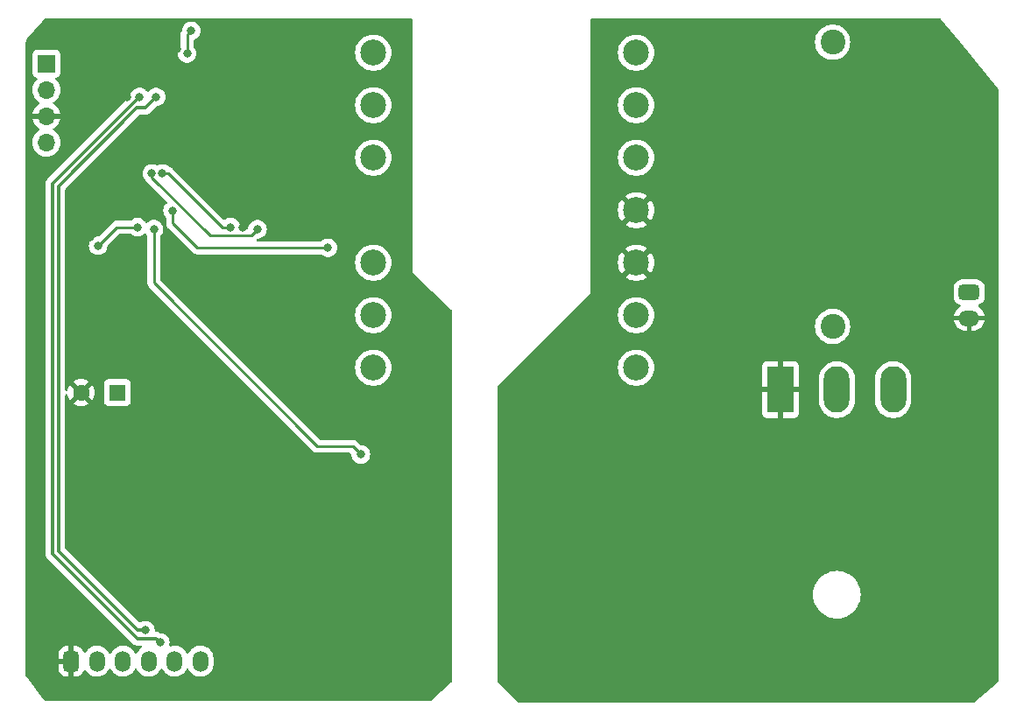
<source format=gbr>
%TF.GenerationSoftware,KiCad,Pcbnew,8.0.5*%
%TF.CreationDate,2024-10-09T02:25:36+03:00*%
%TF.ProjectId,DC-CDI,44432d43-4449-42e6-9b69-6361645f7063,rev?*%
%TF.SameCoordinates,Original*%
%TF.FileFunction,Copper,L2,Bot*%
%TF.FilePolarity,Positive*%
%FSLAX46Y46*%
G04 Gerber Fmt 4.6, Leading zero omitted, Abs format (unit mm)*
G04 Created by KiCad (PCBNEW 8.0.5) date 2024-10-09 02:25:36*
%MOMM*%
%LPD*%
G01*
G04 APERTURE LIST*
G04 Aperture macros list*
%AMRoundRect*
0 Rectangle with rounded corners*
0 $1 Rounding radius*
0 $2 $3 $4 $5 $6 $7 $8 $9 X,Y pos of 4 corners*
0 Add a 4 corners polygon primitive as box body*
4,1,4,$2,$3,$4,$5,$6,$7,$8,$9,$2,$3,0*
0 Add four circle primitives for the rounded corners*
1,1,$1+$1,$2,$3*
1,1,$1+$1,$4,$5*
1,1,$1+$1,$6,$7*
1,1,$1+$1,$8,$9*
0 Add four rect primitives between the rounded corners*
20,1,$1+$1,$2,$3,$4,$5,0*
20,1,$1+$1,$4,$5,$6,$7,0*
20,1,$1+$1,$6,$7,$8,$9,0*
20,1,$1+$1,$8,$9,$2,$3,0*%
G04 Aperture macros list end*
%TA.AperFunction,ComponentPad*%
%ADD10R,1.700000X1.700000*%
%TD*%
%TA.AperFunction,ComponentPad*%
%ADD11O,1.700000X1.700000*%
%TD*%
%TA.AperFunction,ComponentPad*%
%ADD12R,1.600000X1.600000*%
%TD*%
%TA.AperFunction,ComponentPad*%
%ADD13C,1.600000*%
%TD*%
%TA.AperFunction,ComponentPad*%
%ADD14C,2.500000*%
%TD*%
%TA.AperFunction,ComponentPad*%
%ADD15RoundRect,0.375000X-0.375000X-0.625000X0.375000X-0.625000X0.375000X0.625000X-0.375000X0.625000X0*%
%TD*%
%TA.AperFunction,ComponentPad*%
%ADD16O,1.500000X2.000000*%
%TD*%
%TA.AperFunction,ComponentPad*%
%ADD17RoundRect,0.375000X-0.625000X0.375000X-0.625000X-0.375000X0.625000X-0.375000X0.625000X0.375000X0*%
%TD*%
%TA.AperFunction,ComponentPad*%
%ADD18O,2.000000X1.500000*%
%TD*%
%TA.AperFunction,ComponentPad*%
%ADD19C,2.400000*%
%TD*%
%TA.AperFunction,ComponentPad*%
%ADD20R,2.500000X4.500000*%
%TD*%
%TA.AperFunction,ComponentPad*%
%ADD21O,2.500000X4.500000*%
%TD*%
%TA.AperFunction,ViaPad*%
%ADD22C,0.800000*%
%TD*%
%TA.AperFunction,Conductor*%
%ADD23C,0.250000*%
%TD*%
%TA.AperFunction,Conductor*%
%ADD24C,0.350000*%
%TD*%
G04 APERTURE END LIST*
D10*
%TO.P,J3,1,Pin_1*%
%TO.N,/SWCLK*%
X135600000Y-68980000D03*
D11*
%TO.P,J3,2,Pin_2*%
%TO.N,/SWDIO*%
X135600000Y-71520000D03*
%TO.P,J3,3,Pin_3*%
%TO.N,GND*%
X135600000Y-74060000D03*
%TO.P,J3,4,Pin_4*%
%TO.N,+3.3V*%
X135600000Y-76600000D03*
%TD*%
D12*
%TO.P,C13,1*%
%TO.N,Net-(U6-EN)*%
X142452651Y-100800000D03*
D13*
%TO.P,C13,2*%
%TO.N,GND*%
X138952651Y-100800000D03*
%TD*%
D14*
%TO.P,T1,1*%
%TO.N,Net-(Q2-D)*%
X167200000Y-67920000D03*
%TO.P,T1,2*%
%TO.N,N/C*%
X167200000Y-73000000D03*
%TO.P,T1,3*%
%TO.N,Net-(Q3-D)*%
X167200000Y-78080000D03*
%TO.P,T1,5*%
%TO.N,N/C*%
X167200000Y-88240000D03*
%TO.P,T1,6*%
X167200000Y-93320000D03*
%TO.P,T1,7*%
%TO.N,+12V*%
X167200000Y-98400000D03*
%TO.P,T1,8*%
%TO.N,Net-(D9-A)*%
X192600000Y-98400000D03*
%TO.P,T1,9*%
%TO.N,Net-(D8-A)*%
X192600000Y-93320000D03*
%TO.P,T1,10*%
%TO.N,GNDA*%
X192600000Y-88240000D03*
%TO.P,T1,11*%
X192600000Y-83160000D03*
%TO.P,T1,12*%
%TO.N,N/C*%
X192600000Y-78080000D03*
%TO.P,T1,13*%
X192600000Y-73000000D03*
%TO.P,T1,14*%
X192600000Y-67920000D03*
%TD*%
D15*
%TO.P,J2,1,Pin_1*%
%TO.N,GND*%
X138000000Y-126800000D03*
D16*
%TO.P,J2,2,Pin_2*%
%TO.N,unconnected-(J2-Pin_2-Pad2)*%
X140500000Y-126800000D03*
%TO.P,J2,3,Pin_3*%
%TO.N,/IGN_IN*%
X143000000Y-126800000D03*
%TO.P,J2,4,Pin_4*%
%TO.N,/CANL*%
X145500000Y-126800000D03*
%TO.P,J2,5,Pin_5*%
%TO.N,/CANH*%
X148000000Y-126800000D03*
%TO.P,J2,6,Pin_6*%
%TO.N,/12V_RAW*%
X150500000Y-126800000D03*
%TD*%
D17*
%TO.P,J1,1,Pin_1*%
%TO.N,Net-(J1-Pin_1)*%
X224800000Y-91100000D03*
D18*
%TO.P,J1,2,Pin_2*%
%TO.N,GNDA*%
X224800000Y-93600000D03*
%TD*%
D19*
%TO.P,C30,1*%
%TO.N,/HV_OUT*%
X211600000Y-94400000D03*
%TO.P,C30,2*%
%TO.N,Net-(J1-Pin_1)*%
X211600000Y-66900000D03*
%TD*%
D20*
%TO.P,Q1,1,K*%
%TO.N,GNDA*%
X206550000Y-100510000D03*
D21*
%TO.P,Q1,2,A*%
%TO.N,/HV_OUT*%
X212000000Y-100510000D03*
%TO.P,Q1,3,G*%
%TO.N,Net-(Q1-G)*%
X217450000Y-100510000D03*
%TD*%
D22*
%TO.N,+3.3V*%
X149200000Y-68000000D03*
X149600000Y-65800000D03*
%TO.N,GNDA*%
X181770000Y-115700000D03*
X190000000Y-118000000D03*
X190600000Y-113000000D03*
X185800000Y-111600000D03*
X184612500Y-110200000D03*
X182347500Y-121695000D03*
X191097500Y-116165000D03*
X188000000Y-124000000D03*
X188000000Y-123000000D03*
%TO.N,GND*%
X143400000Y-72200000D03*
X144000000Y-120800000D03*
X165200000Y-118400000D03*
X139000000Y-81800000D03*
X166800000Y-128600000D03*
X156200000Y-105600000D03*
X163497500Y-116565000D03*
X143200000Y-107000000D03*
X166800000Y-109600000D03*
X138400000Y-76000000D03*
X154600000Y-84800000D03*
X149762500Y-91800000D03*
X151800000Y-91800000D03*
X148200000Y-67600000D03*
X143200000Y-120800000D03*
X148000000Y-119400000D03*
X156447500Y-109265000D03*
X144765000Y-75475000D03*
X150200000Y-71400000D03*
X150200000Y-76400000D03*
X149000000Y-117600000D03*
X144200000Y-107000000D03*
X139800000Y-85800000D03*
X162600000Y-127600000D03*
X145200000Y-107000000D03*
X149775000Y-90200000D03*
X150200000Y-75400000D03*
X172400000Y-110400000D03*
X150200000Y-74200000D03*
X150200000Y-68800000D03*
X149052500Y-115915000D03*
X144000000Y-92400000D03*
X150200000Y-70000000D03*
X171600000Y-120800000D03*
X155747500Y-116565000D03*
X149000000Y-114200000D03*
%TO.N,/CANL*%
X146200000Y-72200000D03*
X145175000Y-123800000D03*
%TO.N,/CANH*%
X144600000Y-72200000D03*
X146600000Y-125000000D03*
%TO.N,Net-(P2-Pin_1)*%
X144400000Y-84800000D03*
X140600000Y-86600000D03*
%TO.N,/IN_OUT*%
X162800000Y-86800000D03*
X147800000Y-83200000D03*
%TO.N,Net-(U1-PA8)*%
X153400000Y-84800000D03*
X146812113Y-79613192D03*
%TO.N,Net-(U1-PA10)*%
X145800000Y-79600000D03*
X156000000Y-85000000D03*
%TO.N,/HV*%
X146000000Y-85000000D03*
X166000000Y-106800000D03*
%TD*%
D23*
%TO.N,+3.3V*%
X149200000Y-66200000D02*
X149600000Y-65800000D01*
X149200000Y-68000000D02*
X149200000Y-66200000D01*
D24*
%TO.N,/CANL*%
X144377818Y-123800000D02*
X136750000Y-116172182D01*
X136750000Y-116172182D02*
X136750000Y-80827818D01*
X136750000Y-80827818D02*
X144352818Y-73225000D01*
X144352818Y-73225000D02*
X145175000Y-73225000D01*
X145175000Y-73225000D02*
X146200000Y-72200000D01*
X145175000Y-123800000D02*
X144377818Y-123800000D01*
%TO.N,/CANH*%
X136200000Y-116400000D02*
X136200000Y-80600000D01*
X144400000Y-124600000D02*
X136200000Y-116400000D01*
X146600000Y-125000000D02*
X146200000Y-124600000D01*
X146200000Y-124600000D02*
X144400000Y-124600000D01*
X136200000Y-80600000D02*
X144600000Y-72200000D01*
D23*
%TO.N,Net-(P2-Pin_1)*%
X140600000Y-86600000D02*
X142400000Y-84800000D01*
X142400000Y-84800000D02*
X144400000Y-84800000D01*
%TO.N,/IN_OUT*%
X147800000Y-83200000D02*
X147800000Y-84400000D01*
X147800000Y-84400000D02*
X150200000Y-86800000D01*
X150200000Y-86800000D02*
X162800000Y-86800000D01*
%TO.N,Net-(U1-PA8)*%
X152600000Y-84800000D02*
X153400000Y-84800000D01*
X147413192Y-79613192D02*
X152600000Y-84800000D01*
X146812113Y-79613192D02*
X147413192Y-79613192D01*
%TO.N,Net-(U1-PA10)*%
X145800000Y-79600000D02*
X145800000Y-80000000D01*
X151400000Y-85600000D02*
X155400000Y-85600000D01*
X145800000Y-80000000D02*
X151400000Y-85600000D01*
X155400000Y-85600000D02*
X156000000Y-85000000D01*
%TO.N,/HV*%
X146000000Y-90200000D02*
X146000000Y-85000000D01*
X165200000Y-106000000D02*
X161800000Y-106000000D01*
X166000000Y-106800000D02*
X165200000Y-106000000D01*
X161800000Y-106000000D02*
X146000000Y-90200000D01*
%TD*%
%TA.AperFunction,Conductor*%
%TO.N,GND*%
G36*
X170943039Y-64619685D02*
G01*
X170988794Y-64672489D01*
X171000000Y-64724000D01*
X171000000Y-89200000D01*
X174761281Y-92763318D01*
X174796410Y-92823713D01*
X174800000Y-92853335D01*
X174800000Y-128744775D01*
X174780315Y-128811814D01*
X174758952Y-128836943D01*
X172835369Y-130568168D01*
X172772370Y-130598384D01*
X172752417Y-130600000D01*
X135462000Y-130600000D01*
X135394961Y-130580315D01*
X135362800Y-130550400D01*
X133624800Y-128233066D01*
X133600324Y-128167624D01*
X133600000Y-128158666D01*
X133600000Y-80533468D01*
X135524500Y-80533468D01*
X135524500Y-116466535D01*
X135550457Y-116597028D01*
X135550459Y-116597036D01*
X135601378Y-116719965D01*
X135601383Y-116719975D01*
X135675304Y-116830605D01*
X135675307Y-116830609D01*
X143875305Y-125030606D01*
X143969394Y-125124695D01*
X143969397Y-125124697D01*
X143969398Y-125124698D01*
X144080020Y-125198613D01*
X144080023Y-125198614D01*
X144080031Y-125198620D01*
X144202964Y-125249540D01*
X144202968Y-125249540D01*
X144202969Y-125249541D01*
X144333466Y-125275500D01*
X144333469Y-125275500D01*
X144745087Y-125275500D01*
X144812126Y-125295185D01*
X144857881Y-125347989D01*
X144867825Y-125417147D01*
X144838800Y-125480703D01*
X144817973Y-125499818D01*
X144685352Y-125596173D01*
X144546174Y-125735351D01*
X144546174Y-125735352D01*
X144546172Y-125735354D01*
X144496485Y-125803741D01*
X144430476Y-125894594D01*
X144360485Y-126031960D01*
X144312510Y-126082756D01*
X144244689Y-126099551D01*
X144178554Y-126077014D01*
X144139515Y-126031960D01*
X144092002Y-125938711D01*
X144069524Y-125894595D01*
X143953828Y-125735354D01*
X143814646Y-125596172D01*
X143655405Y-125480476D01*
X143630172Y-125467619D01*
X143480029Y-125391117D01*
X143292826Y-125330290D01*
X143098422Y-125299500D01*
X143098417Y-125299500D01*
X142901583Y-125299500D01*
X142901578Y-125299500D01*
X142707173Y-125330290D01*
X142519970Y-125391117D01*
X142344594Y-125480476D01*
X142253741Y-125546485D01*
X142185354Y-125596172D01*
X142185352Y-125596174D01*
X142185351Y-125596174D01*
X142046174Y-125735351D01*
X142046174Y-125735352D01*
X142046172Y-125735354D01*
X141996485Y-125803741D01*
X141930476Y-125894594D01*
X141860485Y-126031960D01*
X141812510Y-126082756D01*
X141744689Y-126099551D01*
X141678554Y-126077014D01*
X141639515Y-126031960D01*
X141592002Y-125938711D01*
X141569524Y-125894595D01*
X141453828Y-125735354D01*
X141314646Y-125596172D01*
X141155405Y-125480476D01*
X141130172Y-125467619D01*
X140980029Y-125391117D01*
X140792826Y-125330290D01*
X140598422Y-125299500D01*
X140598417Y-125299500D01*
X140401583Y-125299500D01*
X140401578Y-125299500D01*
X140207173Y-125330290D01*
X140019970Y-125391117D01*
X139844594Y-125480476D01*
X139753741Y-125546485D01*
X139685354Y-125596172D01*
X139685352Y-125596174D01*
X139685351Y-125596174D01*
X139546174Y-125735351D01*
X139546174Y-125735352D01*
X139546172Y-125735354D01*
X139492892Y-125808686D01*
X139430471Y-125894601D01*
X139427931Y-125898747D01*
X139426805Y-125898057D01*
X139382962Y-125944469D01*
X139315139Y-125961257D01*
X139249007Y-125938711D01*
X139205562Y-125883991D01*
X139203539Y-125877773D01*
X139203489Y-125877792D01*
X139201168Y-125871476D01*
X139116609Y-125700977D01*
X139116607Y-125700974D01*
X138997367Y-125552633D01*
X138997366Y-125552632D01*
X138849025Y-125433392D01*
X138849022Y-125433390D01*
X138678523Y-125348831D01*
X138493824Y-125302897D01*
X138451097Y-125300000D01*
X138250000Y-125300000D01*
X138250000Y-126366988D01*
X138192993Y-126334075D01*
X138065826Y-126300000D01*
X137934174Y-126300000D01*
X137807007Y-126334075D01*
X137750000Y-126366988D01*
X137750000Y-125300000D01*
X137548903Y-125300000D01*
X137506175Y-125302897D01*
X137321476Y-125348831D01*
X137150977Y-125433390D01*
X137150974Y-125433392D01*
X137002633Y-125552632D01*
X137002632Y-125552633D01*
X136883392Y-125700974D01*
X136883390Y-125700977D01*
X136798831Y-125871476D01*
X136752897Y-126056175D01*
X136750000Y-126098903D01*
X136750000Y-126550000D01*
X137566988Y-126550000D01*
X137534075Y-126607007D01*
X137500000Y-126734174D01*
X137500000Y-126865826D01*
X137534075Y-126992993D01*
X137566988Y-127050000D01*
X136750000Y-127050000D01*
X136750000Y-127501096D01*
X136752897Y-127543824D01*
X136798831Y-127728523D01*
X136883390Y-127899022D01*
X136883392Y-127899025D01*
X137002632Y-128047366D01*
X137002633Y-128047367D01*
X137150974Y-128166607D01*
X137150977Y-128166609D01*
X137321476Y-128251168D01*
X137506175Y-128297102D01*
X137548903Y-128300000D01*
X137750000Y-128300000D01*
X137750000Y-127233012D01*
X137807007Y-127265925D01*
X137934174Y-127300000D01*
X138065826Y-127300000D01*
X138192993Y-127265925D01*
X138250000Y-127233012D01*
X138250000Y-128300000D01*
X138451097Y-128300000D01*
X138493824Y-128297102D01*
X138678523Y-128251168D01*
X138849022Y-128166609D01*
X138849025Y-128166607D01*
X138997366Y-128047367D01*
X138997367Y-128047366D01*
X139116607Y-127899025D01*
X139116609Y-127899022D01*
X139201168Y-127728523D01*
X139203489Y-127722208D01*
X139205783Y-127723050D01*
X139235387Y-127672418D01*
X139297663Y-127640742D01*
X139367179Y-127647764D01*
X139421864Y-127691255D01*
X139427899Y-127701272D01*
X139427931Y-127701253D01*
X139430471Y-127705398D01*
X139430475Y-127705404D01*
X139430476Y-127705405D01*
X139546172Y-127864646D01*
X139685354Y-128003828D01*
X139844595Y-128119524D01*
X139921416Y-128158666D01*
X140019970Y-128208882D01*
X140019972Y-128208882D01*
X140019975Y-128208884D01*
X140094399Y-128233066D01*
X140207173Y-128269709D01*
X140401578Y-128300500D01*
X140401583Y-128300500D01*
X140598422Y-128300500D01*
X140792826Y-128269709D01*
X140980025Y-128208884D01*
X141155405Y-128119524D01*
X141314646Y-128003828D01*
X141453828Y-127864646D01*
X141569524Y-127705405D01*
X141639515Y-127568038D01*
X141687489Y-127517243D01*
X141755310Y-127500448D01*
X141821445Y-127522985D01*
X141860484Y-127568038D01*
X141930476Y-127705405D01*
X142046172Y-127864646D01*
X142185354Y-128003828D01*
X142344595Y-128119524D01*
X142421416Y-128158666D01*
X142519970Y-128208882D01*
X142519972Y-128208882D01*
X142519975Y-128208884D01*
X142594399Y-128233066D01*
X142707173Y-128269709D01*
X142901578Y-128300500D01*
X142901583Y-128300500D01*
X143098422Y-128300500D01*
X143292826Y-128269709D01*
X143480025Y-128208884D01*
X143655405Y-128119524D01*
X143814646Y-128003828D01*
X143953828Y-127864646D01*
X144069524Y-127705405D01*
X144139515Y-127568038D01*
X144187489Y-127517243D01*
X144255310Y-127500448D01*
X144321445Y-127522985D01*
X144360484Y-127568038D01*
X144430476Y-127705405D01*
X144546172Y-127864646D01*
X144685354Y-128003828D01*
X144844595Y-128119524D01*
X144921416Y-128158666D01*
X145019970Y-128208882D01*
X145019972Y-128208882D01*
X145019975Y-128208884D01*
X145094399Y-128233066D01*
X145207173Y-128269709D01*
X145401578Y-128300500D01*
X145401583Y-128300500D01*
X145598422Y-128300500D01*
X145792826Y-128269709D01*
X145980025Y-128208884D01*
X146155405Y-128119524D01*
X146314646Y-128003828D01*
X146453828Y-127864646D01*
X146569524Y-127705405D01*
X146639515Y-127568038D01*
X146687489Y-127517243D01*
X146755310Y-127500448D01*
X146821445Y-127522985D01*
X146860484Y-127568038D01*
X146930476Y-127705405D01*
X147046172Y-127864646D01*
X147185354Y-128003828D01*
X147344595Y-128119524D01*
X147421416Y-128158666D01*
X147519970Y-128208882D01*
X147519972Y-128208882D01*
X147519975Y-128208884D01*
X147594399Y-128233066D01*
X147707173Y-128269709D01*
X147901578Y-128300500D01*
X147901583Y-128300500D01*
X148098422Y-128300500D01*
X148292826Y-128269709D01*
X148480025Y-128208884D01*
X148655405Y-128119524D01*
X148814646Y-128003828D01*
X148953828Y-127864646D01*
X149069524Y-127705405D01*
X149139515Y-127568038D01*
X149187489Y-127517243D01*
X149255310Y-127500448D01*
X149321445Y-127522985D01*
X149360484Y-127568038D01*
X149430476Y-127705405D01*
X149546172Y-127864646D01*
X149685354Y-128003828D01*
X149844595Y-128119524D01*
X149921416Y-128158666D01*
X150019970Y-128208882D01*
X150019972Y-128208882D01*
X150019975Y-128208884D01*
X150094399Y-128233066D01*
X150207173Y-128269709D01*
X150401578Y-128300500D01*
X150401583Y-128300500D01*
X150598422Y-128300500D01*
X150792826Y-128269709D01*
X150980025Y-128208884D01*
X151155405Y-128119524D01*
X151314646Y-128003828D01*
X151453828Y-127864646D01*
X151569524Y-127705405D01*
X151658884Y-127530025D01*
X151719709Y-127342826D01*
X151731889Y-127265925D01*
X151750500Y-127148422D01*
X151750500Y-126451577D01*
X151719709Y-126257173D01*
X151668283Y-126098903D01*
X151658884Y-126069975D01*
X151658882Y-126069972D01*
X151658882Y-126069970D01*
X151592002Y-125938711D01*
X151569524Y-125894595D01*
X151453828Y-125735354D01*
X151314646Y-125596172D01*
X151155405Y-125480476D01*
X151130172Y-125467619D01*
X150980029Y-125391117D01*
X150792826Y-125330290D01*
X150598422Y-125299500D01*
X150598417Y-125299500D01*
X150401583Y-125299500D01*
X150401578Y-125299500D01*
X150207173Y-125330290D01*
X150019970Y-125391117D01*
X149844594Y-125480476D01*
X149753741Y-125546485D01*
X149685354Y-125596172D01*
X149685352Y-125596174D01*
X149685351Y-125596174D01*
X149546174Y-125735351D01*
X149546174Y-125735352D01*
X149546172Y-125735354D01*
X149496485Y-125803741D01*
X149430476Y-125894594D01*
X149360485Y-126031960D01*
X149312510Y-126082756D01*
X149244689Y-126099551D01*
X149178554Y-126077014D01*
X149139515Y-126031960D01*
X149092002Y-125938711D01*
X149069524Y-125894595D01*
X148953828Y-125735354D01*
X148814646Y-125596172D01*
X148655405Y-125480476D01*
X148630172Y-125467619D01*
X148480029Y-125391117D01*
X148292826Y-125330290D01*
X148098422Y-125299500D01*
X148098417Y-125299500D01*
X147901583Y-125299500D01*
X147901578Y-125299500D01*
X147707172Y-125330291D01*
X147707165Y-125330292D01*
X147639383Y-125352316D01*
X147569542Y-125354311D01*
X147509709Y-125318230D01*
X147478882Y-125255529D01*
X147483137Y-125196061D01*
X147485674Y-125188256D01*
X147505460Y-125000000D01*
X147485674Y-124811744D01*
X147427179Y-124631716D01*
X147332533Y-124467784D01*
X147205871Y-124327112D01*
X147205870Y-124327111D01*
X147052734Y-124215851D01*
X147052729Y-124215848D01*
X146879807Y-124138857D01*
X146879802Y-124138855D01*
X146694646Y-124099500D01*
X146691972Y-124099219D01*
X146690528Y-124098625D01*
X146688289Y-124098149D01*
X146688376Y-124097739D01*
X146637053Y-124076619D01*
X146635671Y-124078689D01*
X146519975Y-124001383D01*
X146519965Y-124001378D01*
X146397036Y-123950459D01*
X146397028Y-123950457D01*
X146266535Y-123924500D01*
X146266531Y-123924500D01*
X146204460Y-123924500D01*
X146137421Y-123904815D01*
X146091666Y-123852011D01*
X146081743Y-123806399D01*
X146081139Y-123806463D01*
X146080561Y-123800964D01*
X146080460Y-123800500D01*
X146080460Y-123800002D01*
X146080460Y-123800000D01*
X146060674Y-123611744D01*
X146002179Y-123431716D01*
X145907533Y-123267784D01*
X145780871Y-123127112D01*
X145780870Y-123127111D01*
X145627734Y-123015851D01*
X145627729Y-123015848D01*
X145454807Y-122938857D01*
X145454802Y-122938855D01*
X145309001Y-122907865D01*
X145269646Y-122899500D01*
X145080354Y-122899500D01*
X145047897Y-122906398D01*
X144895197Y-122938855D01*
X144895192Y-122938857D01*
X144722270Y-123015848D01*
X144707573Y-123026527D01*
X144641766Y-123050006D01*
X144573713Y-123034180D01*
X144547008Y-123013889D01*
X137461819Y-115928700D01*
X137428334Y-115867377D01*
X137425500Y-115841019D01*
X137425500Y-101065284D01*
X137445185Y-100998245D01*
X137497989Y-100952490D01*
X137567147Y-100942546D01*
X137630703Y-100971571D01*
X137668477Y-101030349D01*
X137669275Y-101033191D01*
X137726381Y-101246317D01*
X137726386Y-101246331D01*
X137822514Y-101452478D01*
X137873625Y-101525472D01*
X138552651Y-100846446D01*
X138552651Y-100852661D01*
X138579910Y-100954394D01*
X138632571Y-101045606D01*
X138707045Y-101120080D01*
X138798257Y-101172741D01*
X138899990Y-101200000D01*
X138906204Y-101200000D01*
X138227177Y-101879025D01*
X138300164Y-101930132D01*
X138300172Y-101930136D01*
X138506319Y-102026264D01*
X138506333Y-102026269D01*
X138726040Y-102085139D01*
X138726051Y-102085141D01*
X138952649Y-102104966D01*
X138952653Y-102104966D01*
X139179250Y-102085141D01*
X139179261Y-102085139D01*
X139398968Y-102026269D01*
X139398982Y-102026264D01*
X139605129Y-101930136D01*
X139678122Y-101879024D01*
X138999098Y-101200000D01*
X139005312Y-101200000D01*
X139107045Y-101172741D01*
X139198257Y-101120080D01*
X139272731Y-101045606D01*
X139325392Y-100954394D01*
X139352651Y-100852661D01*
X139352651Y-100846447D01*
X140031675Y-101525471D01*
X140082787Y-101452478D01*
X140178915Y-101246331D01*
X140178920Y-101246317D01*
X140237790Y-101026610D01*
X140237792Y-101026599D01*
X140257617Y-100800002D01*
X140257617Y-100799997D01*
X140237792Y-100573400D01*
X140237790Y-100573389D01*
X140178920Y-100353682D01*
X140178915Y-100353668D01*
X140082787Y-100147521D01*
X140082783Y-100147513D01*
X140031676Y-100074526D01*
X139352651Y-100753551D01*
X139352651Y-100747339D01*
X139325392Y-100645606D01*
X139272731Y-100554394D01*
X139198257Y-100479920D01*
X139107045Y-100427259D01*
X139005312Y-100400000D01*
X138999099Y-100400000D01*
X139446963Y-99952135D01*
X141152151Y-99952135D01*
X141152151Y-101647870D01*
X141152152Y-101647876D01*
X141158559Y-101707483D01*
X141208853Y-101842328D01*
X141208857Y-101842335D01*
X141295103Y-101957544D01*
X141295106Y-101957547D01*
X141410315Y-102043793D01*
X141410322Y-102043797D01*
X141545168Y-102094091D01*
X141545167Y-102094091D01*
X141552095Y-102094835D01*
X141604778Y-102100500D01*
X143300523Y-102100499D01*
X143360134Y-102094091D01*
X143494982Y-102043796D01*
X143610197Y-101957546D01*
X143696447Y-101842331D01*
X143746742Y-101707483D01*
X143753151Y-101647873D01*
X143753150Y-99952128D01*
X143746742Y-99892517D01*
X143701953Y-99772432D01*
X143696448Y-99757671D01*
X143696444Y-99757664D01*
X143610198Y-99642455D01*
X143610195Y-99642452D01*
X143494986Y-99556206D01*
X143494979Y-99556202D01*
X143360133Y-99505908D01*
X143360134Y-99505908D01*
X143300534Y-99499501D01*
X143300532Y-99499500D01*
X143300524Y-99499500D01*
X143300515Y-99499500D01*
X141604780Y-99499500D01*
X141604774Y-99499501D01*
X141545167Y-99505908D01*
X141410322Y-99556202D01*
X141410315Y-99556206D01*
X141295106Y-99642452D01*
X141295103Y-99642455D01*
X141208857Y-99757664D01*
X141208853Y-99757671D01*
X141158559Y-99892517D01*
X141155580Y-99920231D01*
X141152152Y-99952123D01*
X141152151Y-99952135D01*
X139446963Y-99952135D01*
X139678123Y-99720974D01*
X139605129Y-99669863D01*
X139398982Y-99573735D01*
X139398968Y-99573730D01*
X139179261Y-99514860D01*
X139179250Y-99514858D01*
X138952653Y-99495034D01*
X138952649Y-99495034D01*
X138726051Y-99514858D01*
X138726040Y-99514860D01*
X138506333Y-99573730D01*
X138506324Y-99573734D01*
X138300167Y-99669866D01*
X138300163Y-99669868D01*
X138227177Y-99720973D01*
X138227177Y-99720974D01*
X138906204Y-100400000D01*
X138899990Y-100400000D01*
X138798257Y-100427259D01*
X138707045Y-100479920D01*
X138632571Y-100554394D01*
X138579910Y-100645606D01*
X138552651Y-100747339D01*
X138552651Y-100753552D01*
X137873625Y-100074526D01*
X137873624Y-100074526D01*
X137822519Y-100147512D01*
X137822517Y-100147516D01*
X137726385Y-100353673D01*
X137726381Y-100353682D01*
X137669275Y-100566808D01*
X137632910Y-100626469D01*
X137570063Y-100656998D01*
X137500687Y-100648703D01*
X137446810Y-100604218D01*
X137425535Y-100537666D01*
X137425500Y-100534715D01*
X137425500Y-86600000D01*
X139694540Y-86600000D01*
X139714326Y-86788256D01*
X139714327Y-86788259D01*
X139772818Y-86968277D01*
X139772821Y-86968284D01*
X139867467Y-87132216D01*
X139899937Y-87168277D01*
X139994129Y-87272888D01*
X140147265Y-87384148D01*
X140147270Y-87384151D01*
X140320192Y-87461142D01*
X140320197Y-87461144D01*
X140505354Y-87500500D01*
X140505355Y-87500500D01*
X140694644Y-87500500D01*
X140694646Y-87500500D01*
X140879803Y-87461144D01*
X141052730Y-87384151D01*
X141205871Y-87272888D01*
X141332533Y-87132216D01*
X141427179Y-86968284D01*
X141485674Y-86788256D01*
X141503321Y-86620344D01*
X141529904Y-86555734D01*
X141538951Y-86545638D01*
X142622772Y-85461819D01*
X142684095Y-85428334D01*
X142710453Y-85425500D01*
X143696252Y-85425500D01*
X143763291Y-85445185D01*
X143788400Y-85466526D01*
X143794126Y-85472885D01*
X143794130Y-85472889D01*
X143947265Y-85584148D01*
X143947270Y-85584151D01*
X144120192Y-85661142D01*
X144120197Y-85661144D01*
X144305354Y-85700500D01*
X144305355Y-85700500D01*
X144494644Y-85700500D01*
X144494646Y-85700500D01*
X144679803Y-85661144D01*
X144852730Y-85584151D01*
X145005871Y-85472888D01*
X145030191Y-85445877D01*
X145089675Y-85409230D01*
X145159532Y-85410559D01*
X145217581Y-85449445D01*
X145229727Y-85466849D01*
X145267467Y-85532216D01*
X145342650Y-85615715D01*
X145372880Y-85678706D01*
X145374500Y-85698687D01*
X145374500Y-90261611D01*
X145398535Y-90382444D01*
X145398540Y-90382461D01*
X145445685Y-90496280D01*
X145445690Y-90496289D01*
X145479914Y-90547507D01*
X145479915Y-90547509D01*
X145514141Y-90598733D01*
X145605586Y-90690178D01*
X145605608Y-90690198D01*
X161311016Y-106395606D01*
X161311045Y-106395637D01*
X161401263Y-106485855D01*
X161401267Y-106485858D01*
X161503707Y-106554307D01*
X161503713Y-106554310D01*
X161503714Y-106554311D01*
X161617548Y-106601463D01*
X161644700Y-106606863D01*
X161669194Y-106611736D01*
X161669214Y-106611739D01*
X161669236Y-106611744D01*
X161738391Y-106625499D01*
X161738392Y-106625500D01*
X161738393Y-106625500D01*
X161738394Y-106625500D01*
X164889548Y-106625500D01*
X164956587Y-106645185D01*
X164977229Y-106661819D01*
X165061038Y-106745628D01*
X165094523Y-106806951D01*
X165096678Y-106820347D01*
X165104139Y-106891338D01*
X165114326Y-106988256D01*
X165114327Y-106988259D01*
X165172818Y-107168277D01*
X165172821Y-107168284D01*
X165267467Y-107332216D01*
X165394129Y-107472888D01*
X165547265Y-107584148D01*
X165547270Y-107584151D01*
X165720192Y-107661142D01*
X165720197Y-107661144D01*
X165905354Y-107700500D01*
X165905355Y-107700500D01*
X166094644Y-107700500D01*
X166094646Y-107700500D01*
X166279803Y-107661144D01*
X166452730Y-107584151D01*
X166605871Y-107472888D01*
X166732533Y-107332216D01*
X166827179Y-107168284D01*
X166885674Y-106988256D01*
X166905460Y-106800000D01*
X166885674Y-106611744D01*
X166827179Y-106431716D01*
X166732533Y-106267784D01*
X166605871Y-106127112D01*
X166605870Y-106127111D01*
X166452734Y-106015851D01*
X166452729Y-106015848D01*
X166279807Y-105938857D01*
X166279802Y-105938855D01*
X166134001Y-105907865D01*
X166094646Y-105899500D01*
X166094645Y-105899500D01*
X166035452Y-105899500D01*
X165968413Y-105879815D01*
X165947771Y-105863181D01*
X165690198Y-105605608D01*
X165690178Y-105605586D01*
X165598733Y-105514141D01*
X165547509Y-105479915D01*
X165496287Y-105445689D01*
X165496286Y-105445688D01*
X165496283Y-105445686D01*
X165496280Y-105445685D01*
X165415792Y-105412347D01*
X165382453Y-105398537D01*
X165372427Y-105396543D01*
X165322029Y-105386518D01*
X165261610Y-105374500D01*
X165261607Y-105374500D01*
X165261606Y-105374500D01*
X162110452Y-105374500D01*
X162043413Y-105354815D01*
X162022771Y-105338181D01*
X155084585Y-98399995D01*
X165444592Y-98399995D01*
X165444592Y-98400004D01*
X165464196Y-98661620D01*
X165464197Y-98661625D01*
X165522576Y-98917402D01*
X165522578Y-98917411D01*
X165522580Y-98917416D01*
X165618432Y-99161643D01*
X165749614Y-99388857D01*
X165850098Y-99514860D01*
X165913198Y-99593985D01*
X166050060Y-99720973D01*
X166105521Y-99772433D01*
X166322296Y-99920228D01*
X166322301Y-99920230D01*
X166322302Y-99920231D01*
X166322303Y-99920232D01*
X166447843Y-99980688D01*
X166558673Y-100034061D01*
X166558674Y-100034061D01*
X166558677Y-100034063D01*
X166809385Y-100111396D01*
X167068818Y-100150500D01*
X167331182Y-100150500D01*
X167590615Y-100111396D01*
X167841323Y-100034063D01*
X168077704Y-99920228D01*
X168294479Y-99772433D01*
X168486805Y-99593981D01*
X168650386Y-99388857D01*
X168781568Y-99161643D01*
X168877420Y-98917416D01*
X168935802Y-98661630D01*
X168955408Y-98400000D01*
X168935802Y-98138370D01*
X168877420Y-97882584D01*
X168781568Y-97638357D01*
X168650386Y-97411143D01*
X168486805Y-97206019D01*
X168486804Y-97206018D01*
X168486801Y-97206014D01*
X168294479Y-97027567D01*
X168077704Y-96879772D01*
X168077700Y-96879770D01*
X168077697Y-96879768D01*
X168077696Y-96879767D01*
X167841325Y-96765938D01*
X167841327Y-96765938D01*
X167590623Y-96688606D01*
X167590619Y-96688605D01*
X167590615Y-96688604D01*
X167465823Y-96669794D01*
X167331187Y-96649500D01*
X167331182Y-96649500D01*
X167068818Y-96649500D01*
X167068812Y-96649500D01*
X166907247Y-96673853D01*
X166809385Y-96688604D01*
X166809382Y-96688605D01*
X166809376Y-96688606D01*
X166558673Y-96765938D01*
X166322303Y-96879767D01*
X166322302Y-96879768D01*
X166105520Y-97027567D01*
X165913198Y-97206014D01*
X165749614Y-97411143D01*
X165618432Y-97638356D01*
X165522582Y-97882578D01*
X165522576Y-97882597D01*
X165464197Y-98138374D01*
X165464196Y-98138379D01*
X165444592Y-98399995D01*
X155084585Y-98399995D01*
X150004585Y-93319995D01*
X165444592Y-93319995D01*
X165444592Y-93320004D01*
X165464196Y-93581620D01*
X165464197Y-93581625D01*
X165522576Y-93837402D01*
X165522578Y-93837411D01*
X165522580Y-93837416D01*
X165618432Y-94081643D01*
X165749614Y-94308857D01*
X165881736Y-94474533D01*
X165913198Y-94513985D01*
X166094753Y-94682441D01*
X166105521Y-94692433D01*
X166322296Y-94840228D01*
X166322301Y-94840230D01*
X166322302Y-94840231D01*
X166322303Y-94840232D01*
X166447843Y-94900688D01*
X166558673Y-94954061D01*
X166558674Y-94954061D01*
X166558677Y-94954063D01*
X166809385Y-95031396D01*
X167068818Y-95070500D01*
X167331182Y-95070500D01*
X167590615Y-95031396D01*
X167841323Y-94954063D01*
X168077704Y-94840228D01*
X168294479Y-94692433D01*
X168486805Y-94513981D01*
X168650386Y-94308857D01*
X168781568Y-94081643D01*
X168877420Y-93837416D01*
X168935802Y-93581630D01*
X168955408Y-93320000D01*
X168935802Y-93058370D01*
X168877420Y-92802584D01*
X168781568Y-92558357D01*
X168650386Y-92331143D01*
X168486805Y-92126019D01*
X168486804Y-92126018D01*
X168486801Y-92126014D01*
X168294479Y-91947567D01*
X168077704Y-91799772D01*
X168077700Y-91799770D01*
X168077697Y-91799768D01*
X168077696Y-91799767D01*
X167841325Y-91685938D01*
X167841327Y-91685938D01*
X167590623Y-91608606D01*
X167590619Y-91608605D01*
X167590615Y-91608604D01*
X167465823Y-91589794D01*
X167331187Y-91569500D01*
X167331182Y-91569500D01*
X167068818Y-91569500D01*
X167068812Y-91569500D01*
X166907247Y-91593853D01*
X166809385Y-91608604D01*
X166809382Y-91608605D01*
X166809376Y-91608606D01*
X166558673Y-91685938D01*
X166322303Y-91799767D01*
X166322302Y-91799768D01*
X166105520Y-91947567D01*
X165913198Y-92126014D01*
X165749614Y-92331143D01*
X165618432Y-92558356D01*
X165522582Y-92802578D01*
X165522576Y-92802597D01*
X165464197Y-93058374D01*
X165464196Y-93058379D01*
X165444592Y-93319995D01*
X150004585Y-93319995D01*
X146661819Y-89977229D01*
X146628334Y-89915906D01*
X146625500Y-89889548D01*
X146625500Y-88239995D01*
X165444592Y-88239995D01*
X165444592Y-88240004D01*
X165464196Y-88501620D01*
X165464197Y-88501625D01*
X165522576Y-88757402D01*
X165522578Y-88757411D01*
X165522580Y-88757416D01*
X165618432Y-89001643D01*
X165749614Y-89228857D01*
X165881736Y-89394533D01*
X165913198Y-89433985D01*
X166094753Y-89602441D01*
X166105521Y-89612433D01*
X166322296Y-89760228D01*
X166322301Y-89760230D01*
X166322302Y-89760231D01*
X166322303Y-89760232D01*
X166447843Y-89820688D01*
X166558673Y-89874061D01*
X166558674Y-89874061D01*
X166558677Y-89874063D01*
X166809385Y-89951396D01*
X167068818Y-89990500D01*
X167331182Y-89990500D01*
X167590615Y-89951396D01*
X167841323Y-89874063D01*
X168077704Y-89760228D01*
X168294479Y-89612433D01*
X168486805Y-89433981D01*
X168650386Y-89228857D01*
X168781568Y-89001643D01*
X168877420Y-88757416D01*
X168935802Y-88501630D01*
X168955408Y-88240000D01*
X168935802Y-87978370D01*
X168877420Y-87722584D01*
X168781568Y-87478357D01*
X168650386Y-87251143D01*
X168486805Y-87046019D01*
X168486804Y-87046018D01*
X168486801Y-87046014D01*
X168294479Y-86867567D01*
X168077704Y-86719772D01*
X168077700Y-86719770D01*
X168077697Y-86719768D01*
X168077696Y-86719767D01*
X167841325Y-86605938D01*
X167841327Y-86605938D01*
X167590623Y-86528606D01*
X167590619Y-86528605D01*
X167590615Y-86528604D01*
X167465823Y-86509794D01*
X167331187Y-86489500D01*
X167331182Y-86489500D01*
X167068818Y-86489500D01*
X167068812Y-86489500D01*
X166907247Y-86513853D01*
X166809385Y-86528604D01*
X166809382Y-86528605D01*
X166809376Y-86528606D01*
X166558673Y-86605938D01*
X166322303Y-86719767D01*
X166322302Y-86719768D01*
X166105520Y-86867567D01*
X165913198Y-87046014D01*
X165749614Y-87251143D01*
X165618432Y-87478356D01*
X165522582Y-87722578D01*
X165522576Y-87722597D01*
X165464197Y-87978374D01*
X165464196Y-87978379D01*
X165444592Y-88239995D01*
X146625500Y-88239995D01*
X146625500Y-85698687D01*
X146645185Y-85631648D01*
X146657350Y-85615715D01*
X146685770Y-85584151D01*
X146732533Y-85532216D01*
X146827179Y-85368284D01*
X146885674Y-85188256D01*
X146905460Y-85000000D01*
X146885674Y-84811744D01*
X146827179Y-84631716D01*
X146732533Y-84467784D01*
X146605871Y-84327112D01*
X146605870Y-84327111D01*
X146452734Y-84215851D01*
X146452729Y-84215848D01*
X146279807Y-84138857D01*
X146279802Y-84138855D01*
X146134001Y-84107865D01*
X146094646Y-84099500D01*
X145905354Y-84099500D01*
X145872897Y-84106398D01*
X145720197Y-84138855D01*
X145720192Y-84138857D01*
X145547270Y-84215848D01*
X145547265Y-84215851D01*
X145394129Y-84327111D01*
X145394127Y-84327113D01*
X145369807Y-84354123D01*
X145310320Y-84390770D01*
X145240463Y-84389439D01*
X145182416Y-84350551D01*
X145170272Y-84333149D01*
X145150844Y-84299499D01*
X145132533Y-84267784D01*
X145085769Y-84215848D01*
X145005870Y-84127111D01*
X144852734Y-84015851D01*
X144852729Y-84015848D01*
X144679807Y-83938857D01*
X144679802Y-83938855D01*
X144534001Y-83907865D01*
X144494646Y-83899500D01*
X144305354Y-83899500D01*
X144272897Y-83906398D01*
X144120197Y-83938855D01*
X144120192Y-83938857D01*
X143947270Y-84015848D01*
X143947265Y-84015851D01*
X143794130Y-84127110D01*
X143794126Y-84127114D01*
X143788400Y-84133474D01*
X143728913Y-84170121D01*
X143696252Y-84174500D01*
X142338388Y-84174500D01*
X142217555Y-84198535D01*
X142217547Y-84198537D01*
X142103716Y-84245687D01*
X142023182Y-84299499D01*
X142001266Y-84314142D01*
X142001260Y-84314147D01*
X140652229Y-85663181D01*
X140590906Y-85696666D01*
X140564548Y-85699500D01*
X140505354Y-85699500D01*
X140472897Y-85706398D01*
X140320197Y-85738855D01*
X140320192Y-85738857D01*
X140147270Y-85815848D01*
X140147265Y-85815851D01*
X139994129Y-85927111D01*
X139867466Y-86067785D01*
X139772821Y-86231715D01*
X139772818Y-86231722D01*
X139714327Y-86411740D01*
X139714326Y-86411744D01*
X139694540Y-86600000D01*
X137425500Y-86600000D01*
X137425500Y-81158981D01*
X137445185Y-81091942D01*
X137461819Y-81071300D01*
X138933119Y-79600000D01*
X144894540Y-79600000D01*
X144914326Y-79788256D01*
X144914327Y-79788259D01*
X144972818Y-79968277D01*
X144972821Y-79968284D01*
X145067467Y-80132216D01*
X145194129Y-80272888D01*
X145194131Y-80272890D01*
X145246036Y-80310601D01*
X145276254Y-80342029D01*
X145314143Y-80398735D01*
X145405586Y-80490178D01*
X145405608Y-80490198D01*
X147235334Y-82319924D01*
X147268819Y-82381247D01*
X147263835Y-82450939D01*
X147221963Y-82506872D01*
X147220542Y-82507921D01*
X147194126Y-82527114D01*
X147194123Y-82527116D01*
X147067466Y-82667785D01*
X146972821Y-82831715D01*
X146972818Y-82831722D01*
X146914327Y-83011740D01*
X146914326Y-83011744D01*
X146894540Y-83200000D01*
X146914326Y-83388256D01*
X146914327Y-83388259D01*
X146972818Y-83568277D01*
X146972821Y-83568284D01*
X147067467Y-83732216D01*
X147096131Y-83764050D01*
X147142650Y-83815715D01*
X147172880Y-83878706D01*
X147174500Y-83898687D01*
X147174500Y-84338393D01*
X147174500Y-84461607D01*
X147174500Y-84461609D01*
X147174499Y-84461609D01*
X147182875Y-84503712D01*
X147182875Y-84503714D01*
X147198535Y-84582446D01*
X147198539Y-84582459D01*
X147208092Y-84605520D01*
X147210670Y-84611744D01*
X147245688Y-84696286D01*
X147273823Y-84738391D01*
X147273824Y-84738394D01*
X147314138Y-84798728D01*
X147314139Y-84798729D01*
X147314142Y-84798733D01*
X147401267Y-84885858D01*
X147401269Y-84885859D01*
X147408335Y-84892925D01*
X147408334Y-84892925D01*
X147408338Y-84892928D01*
X149801263Y-87285855D01*
X149801267Y-87285858D01*
X149903708Y-87354308D01*
X149903715Y-87354312D01*
X149967504Y-87380734D01*
X150017548Y-87401463D01*
X150037597Y-87405451D01*
X150071196Y-87412134D01*
X150138392Y-87425501D01*
X150138394Y-87425501D01*
X150267721Y-87425501D01*
X150267741Y-87425500D01*
X162096252Y-87425500D01*
X162163291Y-87445185D01*
X162188400Y-87466526D01*
X162194126Y-87472885D01*
X162194130Y-87472889D01*
X162347265Y-87584148D01*
X162347270Y-87584151D01*
X162520192Y-87661142D01*
X162520197Y-87661144D01*
X162705354Y-87700500D01*
X162705355Y-87700500D01*
X162894644Y-87700500D01*
X162894646Y-87700500D01*
X163079803Y-87661144D01*
X163252730Y-87584151D01*
X163405871Y-87472888D01*
X163532533Y-87332216D01*
X163627179Y-87168284D01*
X163685674Y-86988256D01*
X163705460Y-86800000D01*
X163685674Y-86611744D01*
X163627179Y-86431716D01*
X163532533Y-86267784D01*
X163405871Y-86127112D01*
X163405870Y-86127111D01*
X163252734Y-86015851D01*
X163252729Y-86015848D01*
X163079807Y-85938857D01*
X163079802Y-85938855D01*
X162934001Y-85907865D01*
X162894646Y-85899500D01*
X162705354Y-85899500D01*
X162687321Y-85903333D01*
X162520197Y-85938855D01*
X162520192Y-85938857D01*
X162347270Y-86015848D01*
X162347265Y-86015851D01*
X162194130Y-86127110D01*
X162194126Y-86127114D01*
X162188400Y-86133474D01*
X162128913Y-86170121D01*
X162096252Y-86174500D01*
X156009452Y-86174500D01*
X155942413Y-86154815D01*
X155896658Y-86102011D01*
X155886714Y-86032853D01*
X155915739Y-85969297D01*
X155921772Y-85962817D01*
X155947773Y-85936817D01*
X156009097Y-85903333D01*
X156035453Y-85900500D01*
X156094644Y-85900500D01*
X156094646Y-85900500D01*
X156279803Y-85861144D01*
X156452730Y-85784151D01*
X156605871Y-85672888D01*
X156732533Y-85532216D01*
X156827179Y-85368284D01*
X156885674Y-85188256D01*
X156905460Y-85000000D01*
X156885674Y-84811744D01*
X156827179Y-84631716D01*
X156732533Y-84467784D01*
X156605871Y-84327112D01*
X156605870Y-84327111D01*
X156452734Y-84215851D01*
X156452729Y-84215848D01*
X156279807Y-84138857D01*
X156279802Y-84138855D01*
X156134001Y-84107865D01*
X156094646Y-84099500D01*
X155905354Y-84099500D01*
X155872897Y-84106398D01*
X155720197Y-84138855D01*
X155720192Y-84138857D01*
X155547270Y-84215848D01*
X155547265Y-84215851D01*
X155394129Y-84327111D01*
X155267466Y-84467785D01*
X155172821Y-84631715D01*
X155172818Y-84631722D01*
X155118142Y-84799999D01*
X155114326Y-84811744D01*
X155108890Y-84863464D01*
X155082306Y-84928076D01*
X155025009Y-84968061D01*
X154985570Y-84974500D01*
X154424835Y-84974500D01*
X154357796Y-84954815D01*
X154312041Y-84902011D01*
X154301514Y-84837540D01*
X154305460Y-84800000D01*
X154285674Y-84611744D01*
X154227179Y-84431716D01*
X154132533Y-84267784D01*
X154005871Y-84127112D01*
X154005870Y-84127111D01*
X153852734Y-84015851D01*
X153852729Y-84015848D01*
X153679807Y-83938857D01*
X153679802Y-83938855D01*
X153534001Y-83907865D01*
X153494646Y-83899500D01*
X153305354Y-83899500D01*
X153272897Y-83906398D01*
X153120197Y-83938855D01*
X153120192Y-83938857D01*
X152947271Y-84015848D01*
X152889986Y-84057468D01*
X152824179Y-84080947D01*
X152756125Y-84065121D01*
X152729420Y-84044830D01*
X147903390Y-79218800D01*
X147903370Y-79218778D01*
X147811925Y-79127333D01*
X147760701Y-79093107D01*
X147724409Y-79068857D01*
X147709478Y-79058880D01*
X147709475Y-79058878D01*
X147709472Y-79058877D01*
X147628984Y-79025539D01*
X147595646Y-79011730D01*
X147595647Y-79011730D01*
X147595644Y-79011729D01*
X147595640Y-79011728D01*
X147595636Y-79011727D01*
X147529320Y-78998536D01*
X147529319Y-78998536D01*
X147497963Y-78992299D01*
X147436052Y-78959915D01*
X147430003Y-78953653D01*
X147417983Y-78940303D01*
X147417982Y-78940302D01*
X147264847Y-78829043D01*
X147264842Y-78829040D01*
X147091920Y-78752049D01*
X147091915Y-78752047D01*
X146946114Y-78721057D01*
X146906759Y-78712692D01*
X146717467Y-78712692D01*
X146667488Y-78723315D01*
X146532312Y-78752047D01*
X146369786Y-78824409D01*
X146300536Y-78833693D01*
X146257355Y-78818519D01*
X146252730Y-78815849D01*
X146079807Y-78738857D01*
X146079802Y-78738855D01*
X145934001Y-78707865D01*
X145894646Y-78699500D01*
X145705354Y-78699500D01*
X145672897Y-78706398D01*
X145520197Y-78738855D01*
X145520192Y-78738857D01*
X145347270Y-78815848D01*
X145347265Y-78815851D01*
X145194129Y-78927111D01*
X145067466Y-79067785D01*
X144972821Y-79231715D01*
X144972818Y-79231722D01*
X144914327Y-79411740D01*
X144914326Y-79411744D01*
X144894540Y-79600000D01*
X138933119Y-79600000D01*
X140453124Y-78079995D01*
X165444592Y-78079995D01*
X165444592Y-78080004D01*
X165464196Y-78341620D01*
X165464197Y-78341625D01*
X165522576Y-78597402D01*
X165522578Y-78597411D01*
X165522580Y-78597416D01*
X165618432Y-78841643D01*
X165749614Y-79068857D01*
X165796248Y-79127334D01*
X165913198Y-79273985D01*
X166094753Y-79442441D01*
X166105521Y-79452433D01*
X166322296Y-79600228D01*
X166322301Y-79600230D01*
X166322302Y-79600231D01*
X166322303Y-79600232D01*
X166447843Y-79660688D01*
X166558673Y-79714061D01*
X166558674Y-79714061D01*
X166558677Y-79714063D01*
X166809385Y-79791396D01*
X167068818Y-79830500D01*
X167331182Y-79830500D01*
X167590615Y-79791396D01*
X167841323Y-79714063D01*
X168077704Y-79600228D01*
X168294479Y-79452433D01*
X168486805Y-79273981D01*
X168650386Y-79068857D01*
X168781568Y-78841643D01*
X168877420Y-78597416D01*
X168935802Y-78341630D01*
X168955408Y-78080000D01*
X168939963Y-77873901D01*
X168935803Y-77818379D01*
X168935802Y-77818374D01*
X168935802Y-77818370D01*
X168877420Y-77562584D01*
X168781568Y-77318357D01*
X168650386Y-77091143D01*
X168486805Y-76886019D01*
X168486804Y-76886018D01*
X168486801Y-76886014D01*
X168294479Y-76707567D01*
X168077704Y-76559772D01*
X168077700Y-76559770D01*
X168077697Y-76559768D01*
X168077696Y-76559767D01*
X167841325Y-76445938D01*
X167841327Y-76445938D01*
X167590623Y-76368606D01*
X167590619Y-76368605D01*
X167590615Y-76368604D01*
X167465823Y-76349794D01*
X167331187Y-76329500D01*
X167331182Y-76329500D01*
X167068818Y-76329500D01*
X167068812Y-76329500D01*
X166907247Y-76353853D01*
X166809385Y-76368604D01*
X166809382Y-76368605D01*
X166809376Y-76368606D01*
X166558673Y-76445938D01*
X166322303Y-76559767D01*
X166322302Y-76559768D01*
X166105520Y-76707567D01*
X165913198Y-76886014D01*
X165749614Y-77091143D01*
X165618432Y-77318356D01*
X165522582Y-77562578D01*
X165522576Y-77562597D01*
X165464197Y-77818374D01*
X165464196Y-77818379D01*
X165444592Y-78079995D01*
X140453124Y-78079995D01*
X144596300Y-73936819D01*
X144657623Y-73903334D01*
X144683981Y-73900500D01*
X145241532Y-73900500D01*
X145241533Y-73900499D01*
X145372036Y-73874541D01*
X145494969Y-73823620D01*
X145605606Y-73749695D01*
X146219073Y-73136227D01*
X146280394Y-73102744D01*
X146293793Y-73100589D01*
X146294631Y-73100500D01*
X146294646Y-73100500D01*
X146479803Y-73061144D01*
X146617144Y-72999995D01*
X165444592Y-72999995D01*
X165444592Y-73000004D01*
X165464196Y-73261620D01*
X165464197Y-73261625D01*
X165522576Y-73517402D01*
X165522578Y-73517411D01*
X165522580Y-73517416D01*
X165618432Y-73761643D01*
X165749614Y-73988857D01*
X165858843Y-74125826D01*
X165913198Y-74193985D01*
X166038234Y-74310000D01*
X166105521Y-74372433D01*
X166322296Y-74520228D01*
X166322301Y-74520230D01*
X166322302Y-74520231D01*
X166322303Y-74520232D01*
X166404883Y-74560000D01*
X166558673Y-74634061D01*
X166558674Y-74634061D01*
X166558677Y-74634063D01*
X166809385Y-74711396D01*
X167068818Y-74750500D01*
X167331182Y-74750500D01*
X167590615Y-74711396D01*
X167841323Y-74634063D01*
X168077704Y-74520228D01*
X168294479Y-74372433D01*
X168486805Y-74193981D01*
X168650386Y-73988857D01*
X168781568Y-73761643D01*
X168877420Y-73517416D01*
X168935802Y-73261630D01*
X168935803Y-73261620D01*
X168955408Y-73000004D01*
X168955408Y-72999995D01*
X168935803Y-72738379D01*
X168935802Y-72738374D01*
X168935802Y-72738370D01*
X168877420Y-72482584D01*
X168781568Y-72238357D01*
X168650386Y-72011143D01*
X168486805Y-71806019D01*
X168486804Y-71806018D01*
X168486801Y-71806014D01*
X168294479Y-71627567D01*
X168077704Y-71479772D01*
X168077700Y-71479770D01*
X168077697Y-71479768D01*
X168077696Y-71479767D01*
X167841325Y-71365938D01*
X167841327Y-71365938D01*
X167590623Y-71288606D01*
X167590619Y-71288605D01*
X167590615Y-71288604D01*
X167465823Y-71269794D01*
X167331187Y-71249500D01*
X167331182Y-71249500D01*
X167068818Y-71249500D01*
X167068812Y-71249500D01*
X166907247Y-71273853D01*
X166809385Y-71288604D01*
X166809382Y-71288605D01*
X166809376Y-71288606D01*
X166558673Y-71365938D01*
X166322303Y-71479767D01*
X166322302Y-71479768D01*
X166105520Y-71627567D01*
X165913198Y-71806014D01*
X165749614Y-72011143D01*
X165618432Y-72238356D01*
X165522582Y-72482578D01*
X165522576Y-72482597D01*
X165464197Y-72738374D01*
X165464196Y-72738379D01*
X165444592Y-72999995D01*
X146617144Y-72999995D01*
X146652730Y-72984151D01*
X146805871Y-72872888D01*
X146932533Y-72732216D01*
X147027179Y-72568284D01*
X147085674Y-72388256D01*
X147105460Y-72200000D01*
X147085674Y-72011744D01*
X147027179Y-71831716D01*
X146932533Y-71667784D01*
X146805871Y-71527112D01*
X146805867Y-71527109D01*
X146652734Y-71415851D01*
X146652729Y-71415848D01*
X146479807Y-71338857D01*
X146479802Y-71338855D01*
X146334001Y-71307865D01*
X146294646Y-71299500D01*
X146105354Y-71299500D01*
X146072897Y-71306398D01*
X145920197Y-71338855D01*
X145920192Y-71338857D01*
X145747270Y-71415848D01*
X145747265Y-71415851D01*
X145594132Y-71527109D01*
X145492150Y-71640371D01*
X145432663Y-71677019D01*
X145362806Y-71675688D01*
X145307850Y-71640371D01*
X145296321Y-71627567D01*
X145205871Y-71527112D01*
X145140713Y-71479772D01*
X145052734Y-71415851D01*
X145052729Y-71415848D01*
X144879807Y-71338857D01*
X144879802Y-71338855D01*
X144734001Y-71307865D01*
X144694646Y-71299500D01*
X144505354Y-71299500D01*
X144472897Y-71306398D01*
X144320197Y-71338855D01*
X144320192Y-71338857D01*
X144147270Y-71415848D01*
X144147265Y-71415851D01*
X143994129Y-71527111D01*
X143867466Y-71667785D01*
X143772821Y-71831715D01*
X143772818Y-71831722D01*
X143714327Y-72011739D01*
X143714327Y-72011740D01*
X143714326Y-72011744D01*
X143704983Y-72100636D01*
X143678398Y-72165250D01*
X143669343Y-72175354D01*
X135675307Y-80169390D01*
X135675304Y-80169394D01*
X135601383Y-80280024D01*
X135601378Y-80280034D01*
X135550459Y-80402962D01*
X135550459Y-80402964D01*
X135531058Y-80500500D01*
X135531058Y-80500502D01*
X135524500Y-80533468D01*
X133600000Y-80533468D01*
X133600000Y-71519999D01*
X134244341Y-71519999D01*
X134244341Y-71520000D01*
X134264936Y-71755403D01*
X134264938Y-71755413D01*
X134326094Y-71983655D01*
X134326096Y-71983659D01*
X134326097Y-71983663D01*
X134380643Y-72100636D01*
X134425965Y-72197830D01*
X134425967Y-72197834D01*
X134561501Y-72391395D01*
X134561506Y-72391402D01*
X134728597Y-72558493D01*
X134728603Y-72558498D01*
X134914594Y-72688730D01*
X134958219Y-72743307D01*
X134965413Y-72812805D01*
X134933890Y-72875160D01*
X134914595Y-72891880D01*
X134728922Y-73021890D01*
X134728920Y-73021891D01*
X134561891Y-73188920D01*
X134561886Y-73188926D01*
X134426400Y-73382420D01*
X134426399Y-73382422D01*
X134326570Y-73596507D01*
X134326567Y-73596513D01*
X134269364Y-73809999D01*
X134269364Y-73810000D01*
X135166988Y-73810000D01*
X135134075Y-73867007D01*
X135100000Y-73994174D01*
X135100000Y-74125826D01*
X135134075Y-74252993D01*
X135166988Y-74310000D01*
X134269364Y-74310000D01*
X134326567Y-74523486D01*
X134326570Y-74523492D01*
X134426399Y-74737578D01*
X134561894Y-74931082D01*
X134728917Y-75098105D01*
X134914595Y-75228119D01*
X134958219Y-75282696D01*
X134965412Y-75352195D01*
X134933890Y-75414549D01*
X134914595Y-75431269D01*
X134728594Y-75561508D01*
X134561505Y-75728597D01*
X134425965Y-75922169D01*
X134425964Y-75922171D01*
X134326098Y-76136335D01*
X134326094Y-76136344D01*
X134264938Y-76364586D01*
X134264936Y-76364596D01*
X134244341Y-76599999D01*
X134244341Y-76600000D01*
X134264936Y-76835403D01*
X134264938Y-76835413D01*
X134326094Y-77063655D01*
X134326096Y-77063659D01*
X134326097Y-77063663D01*
X134425965Y-77277830D01*
X134425967Y-77277834D01*
X134454342Y-77318357D01*
X134561505Y-77471401D01*
X134728599Y-77638495D01*
X134825384Y-77706265D01*
X134922165Y-77774032D01*
X134922167Y-77774033D01*
X134922170Y-77774035D01*
X135136337Y-77873903D01*
X135364592Y-77935063D01*
X135552918Y-77951539D01*
X135599999Y-77955659D01*
X135600000Y-77955659D01*
X135600001Y-77955659D01*
X135639234Y-77952226D01*
X135835408Y-77935063D01*
X136063663Y-77873903D01*
X136277830Y-77774035D01*
X136471401Y-77638495D01*
X136638495Y-77471401D01*
X136774035Y-77277830D01*
X136873903Y-77063663D01*
X136935063Y-76835408D01*
X136955659Y-76600000D01*
X136935063Y-76364592D01*
X136873903Y-76136337D01*
X136774035Y-75922171D01*
X136638495Y-75728599D01*
X136638494Y-75728597D01*
X136471402Y-75561506D01*
X136471401Y-75561505D01*
X136285405Y-75431269D01*
X136241781Y-75376692D01*
X136234588Y-75307193D01*
X136266110Y-75244839D01*
X136285405Y-75228119D01*
X136471082Y-75098105D01*
X136638105Y-74931082D01*
X136773600Y-74737578D01*
X136873429Y-74523492D01*
X136873432Y-74523486D01*
X136930636Y-74310000D01*
X136033012Y-74310000D01*
X136065925Y-74252993D01*
X136100000Y-74125826D01*
X136100000Y-73994174D01*
X136065925Y-73867007D01*
X136033012Y-73810000D01*
X136930636Y-73810000D01*
X136930635Y-73809999D01*
X136873432Y-73596513D01*
X136873429Y-73596507D01*
X136773600Y-73382422D01*
X136773599Y-73382420D01*
X136638113Y-73188926D01*
X136638108Y-73188920D01*
X136471078Y-73021890D01*
X136285405Y-72891879D01*
X136241780Y-72837302D01*
X136234588Y-72767804D01*
X136266110Y-72705449D01*
X136285406Y-72688730D01*
X136471401Y-72558495D01*
X136638495Y-72391401D01*
X136774035Y-72197830D01*
X136873903Y-71983663D01*
X136935063Y-71755408D01*
X136955659Y-71520000D01*
X136935063Y-71284592D01*
X136873903Y-71056337D01*
X136774035Y-70842171D01*
X136638495Y-70648599D01*
X136516567Y-70526671D01*
X136483084Y-70465351D01*
X136488068Y-70395659D01*
X136529939Y-70339725D01*
X136560915Y-70322810D01*
X136692331Y-70273796D01*
X136807546Y-70187546D01*
X136893796Y-70072331D01*
X136944091Y-69937483D01*
X136950500Y-69877873D01*
X136950499Y-68082128D01*
X136944091Y-68022517D01*
X136935693Y-68000000D01*
X148294540Y-68000000D01*
X148314326Y-68188256D01*
X148314327Y-68188259D01*
X148372818Y-68368277D01*
X148372821Y-68368284D01*
X148467467Y-68532216D01*
X148594129Y-68672888D01*
X148747265Y-68784148D01*
X148747270Y-68784151D01*
X148920192Y-68861142D01*
X148920197Y-68861144D01*
X149105354Y-68900500D01*
X149105355Y-68900500D01*
X149294644Y-68900500D01*
X149294646Y-68900500D01*
X149479803Y-68861144D01*
X149652730Y-68784151D01*
X149805871Y-68672888D01*
X149932533Y-68532216D01*
X150027179Y-68368284D01*
X150085674Y-68188256D01*
X150105460Y-68000000D01*
X150097051Y-67919995D01*
X165444592Y-67919995D01*
X165444592Y-67920004D01*
X165464196Y-68181620D01*
X165464197Y-68181625D01*
X165522576Y-68437402D01*
X165522578Y-68437411D01*
X165522580Y-68437416D01*
X165618432Y-68681643D01*
X165749614Y-68908857D01*
X165881736Y-69074533D01*
X165913198Y-69113985D01*
X166094753Y-69282441D01*
X166105521Y-69292433D01*
X166322296Y-69440228D01*
X166322301Y-69440230D01*
X166322302Y-69440231D01*
X166322303Y-69440232D01*
X166447843Y-69500688D01*
X166558673Y-69554061D01*
X166558674Y-69554061D01*
X166558677Y-69554063D01*
X166809385Y-69631396D01*
X167068818Y-69670500D01*
X167331182Y-69670500D01*
X167590615Y-69631396D01*
X167841323Y-69554063D01*
X168077704Y-69440228D01*
X168294479Y-69292433D01*
X168486805Y-69113981D01*
X168650386Y-68908857D01*
X168781568Y-68681643D01*
X168877420Y-68437416D01*
X168935802Y-68181630D01*
X168943258Y-68082135D01*
X168955408Y-67920004D01*
X168955408Y-67919995D01*
X168935803Y-67658379D01*
X168935802Y-67658374D01*
X168935802Y-67658370D01*
X168877420Y-67402584D01*
X168781568Y-67158357D01*
X168650386Y-66931143D01*
X168486805Y-66726019D01*
X168486804Y-66726018D01*
X168486801Y-66726014D01*
X168294479Y-66547567D01*
X168184945Y-66472888D01*
X168077704Y-66399772D01*
X168077700Y-66399770D01*
X168077697Y-66399768D01*
X168077696Y-66399767D01*
X167841325Y-66285938D01*
X167841327Y-66285938D01*
X167590623Y-66208606D01*
X167590619Y-66208605D01*
X167590615Y-66208604D01*
X167465823Y-66189794D01*
X167331187Y-66169500D01*
X167331182Y-66169500D01*
X167068818Y-66169500D01*
X167068812Y-66169500D01*
X166907247Y-66193853D01*
X166809385Y-66208604D01*
X166809382Y-66208605D01*
X166809376Y-66208606D01*
X166558673Y-66285938D01*
X166322303Y-66399767D01*
X166322302Y-66399768D01*
X166105520Y-66547567D01*
X165913198Y-66726014D01*
X165749614Y-66931143D01*
X165618432Y-67158356D01*
X165522582Y-67402578D01*
X165522576Y-67402597D01*
X165464197Y-67658374D01*
X165464196Y-67658379D01*
X165444592Y-67919995D01*
X150097051Y-67919995D01*
X150085674Y-67811744D01*
X150027179Y-67631716D01*
X149932533Y-67467784D01*
X149857350Y-67384284D01*
X149827120Y-67321292D01*
X149825500Y-67301312D01*
X149825500Y-66765847D01*
X149845185Y-66698808D01*
X149897989Y-66653053D01*
X149899005Y-66652594D01*
X150052730Y-66584151D01*
X150205871Y-66472888D01*
X150332533Y-66332216D01*
X150427179Y-66168284D01*
X150485674Y-65988256D01*
X150505460Y-65800000D01*
X150485674Y-65611744D01*
X150427179Y-65431716D01*
X150332533Y-65267784D01*
X150205871Y-65127112D01*
X150205870Y-65127111D01*
X150052734Y-65015851D01*
X150052729Y-65015848D01*
X149879807Y-64938857D01*
X149879802Y-64938855D01*
X149734001Y-64907865D01*
X149694646Y-64899500D01*
X149505354Y-64899500D01*
X149472897Y-64906398D01*
X149320197Y-64938855D01*
X149320192Y-64938857D01*
X149147270Y-65015848D01*
X149147265Y-65015851D01*
X148994129Y-65127111D01*
X148867466Y-65267785D01*
X148772821Y-65431715D01*
X148772818Y-65431722D01*
X148714327Y-65611740D01*
X148714326Y-65611744D01*
X148694540Y-65800000D01*
X148693925Y-65805853D01*
X148673706Y-65861783D01*
X148645687Y-65903714D01*
X148598540Y-66017538D01*
X148598535Y-66017554D01*
X148582875Y-66096287D01*
X148574500Y-66138389D01*
X148574500Y-67301312D01*
X148554815Y-67368351D01*
X148542650Y-67384284D01*
X148467466Y-67467784D01*
X148372821Y-67631715D01*
X148372818Y-67631722D01*
X148314327Y-67811740D01*
X148314326Y-67811744D01*
X148294540Y-68000000D01*
X136935693Y-68000000D01*
X136893796Y-67887669D01*
X136893795Y-67887668D01*
X136893793Y-67887664D01*
X136807547Y-67772455D01*
X136807544Y-67772452D01*
X136692335Y-67686206D01*
X136692328Y-67686202D01*
X136557482Y-67635908D01*
X136557483Y-67635908D01*
X136497883Y-67629501D01*
X136497881Y-67629500D01*
X136497873Y-67629500D01*
X136497864Y-67629500D01*
X134702129Y-67629500D01*
X134702123Y-67629501D01*
X134642516Y-67635908D01*
X134507671Y-67686202D01*
X134507664Y-67686206D01*
X134392455Y-67772452D01*
X134392452Y-67772455D01*
X134306206Y-67887664D01*
X134306202Y-67887671D01*
X134255908Y-68022517D01*
X134249501Y-68082116D01*
X134249501Y-68082123D01*
X134249500Y-68082135D01*
X134249500Y-69877870D01*
X134249501Y-69877876D01*
X134255908Y-69937483D01*
X134306202Y-70072328D01*
X134306206Y-70072335D01*
X134392452Y-70187544D01*
X134392455Y-70187547D01*
X134507664Y-70273793D01*
X134507671Y-70273797D01*
X134639081Y-70322810D01*
X134695015Y-70364681D01*
X134719432Y-70430145D01*
X134704580Y-70498418D01*
X134683430Y-70526673D01*
X134561503Y-70648600D01*
X134425965Y-70842169D01*
X134425964Y-70842171D01*
X134326098Y-71056335D01*
X134326094Y-71056344D01*
X134264938Y-71284586D01*
X134264936Y-71284596D01*
X134244341Y-71519999D01*
X133600000Y-71519999D01*
X133600000Y-66844263D01*
X133619685Y-66777224D01*
X133628029Y-66765742D01*
X133776605Y-66584150D01*
X135154955Y-64899500D01*
X135362790Y-64645479D01*
X135420477Y-64606058D01*
X135458761Y-64600000D01*
X170876000Y-64600000D01*
X170943039Y-64619685D01*
G37*
%TD.AperFunction*%
%TD*%
%TA.AperFunction,Conductor*%
%TO.N,GNDA*%
G36*
X222008520Y-64619685D02*
G01*
X222037200Y-64645172D01*
X223894121Y-66900004D01*
X227571719Y-71365659D01*
X227599142Y-71429922D01*
X227600000Y-71444486D01*
X227600000Y-128741921D01*
X227580315Y-128808960D01*
X227555383Y-128837180D01*
X225234489Y-130771259D01*
X225170386Y-130799055D01*
X225155106Y-130800000D01*
X181251362Y-130800000D01*
X181184323Y-130780315D01*
X181163681Y-130763681D01*
X179236319Y-128836319D01*
X179202834Y-128774996D01*
X179200000Y-128748638D01*
X179200000Y-120370000D01*
X209694564Y-120370000D01*
X209714287Y-120670918D01*
X209714288Y-120670930D01*
X209773118Y-120966683D01*
X209773122Y-120966698D01*
X209870053Y-121252247D01*
X209870062Y-121252268D01*
X210003431Y-121522713D01*
X210003435Y-121522720D01*
X210170973Y-121773459D01*
X210369810Y-122000189D01*
X210596540Y-122199026D01*
X210847279Y-122366564D01*
X210847286Y-122366568D01*
X211117731Y-122499937D01*
X211117736Y-122499939D01*
X211117748Y-122499945D01*
X211403309Y-122596880D01*
X211603251Y-122636651D01*
X211699069Y-122655711D01*
X211699070Y-122655711D01*
X211699080Y-122655713D01*
X212000000Y-122675436D01*
X212300920Y-122655713D01*
X212596691Y-122596880D01*
X212882252Y-122499945D01*
X213152718Y-122366566D01*
X213403461Y-122199025D01*
X213630189Y-122000189D01*
X213829025Y-121773461D01*
X213996566Y-121522718D01*
X214129945Y-121252252D01*
X214226880Y-120966691D01*
X214285713Y-120670920D01*
X214305436Y-120370000D01*
X214285713Y-120069080D01*
X214226880Y-119773309D01*
X214129945Y-119487748D01*
X213996566Y-119217282D01*
X213829025Y-118966539D01*
X213630189Y-118739810D01*
X213403459Y-118540973D01*
X213152720Y-118373435D01*
X213152713Y-118373431D01*
X212882268Y-118240062D01*
X212882247Y-118240053D01*
X212596698Y-118143122D01*
X212596692Y-118143120D01*
X212596691Y-118143120D01*
X212596689Y-118143119D01*
X212596683Y-118143118D01*
X212300930Y-118084288D01*
X212300921Y-118084287D01*
X212300920Y-118084287D01*
X212000000Y-118064564D01*
X211699080Y-118084287D01*
X211699079Y-118084287D01*
X211699069Y-118084288D01*
X211403316Y-118143118D01*
X211403301Y-118143122D01*
X211117752Y-118240053D01*
X211117731Y-118240062D01*
X210847286Y-118373431D01*
X210847279Y-118373435D01*
X210596540Y-118540973D01*
X210369810Y-118739810D01*
X210170973Y-118966540D01*
X210003435Y-119217279D01*
X210003431Y-119217286D01*
X209870062Y-119487731D01*
X209870053Y-119487752D01*
X209773122Y-119773301D01*
X209773118Y-119773316D01*
X209714288Y-120069069D01*
X209714287Y-120069081D01*
X209694564Y-120370000D01*
X179200000Y-120370000D01*
X179200000Y-100251362D01*
X179219685Y-100184323D01*
X179236319Y-100163681D01*
X181000005Y-98399995D01*
X190844592Y-98399995D01*
X190844592Y-98400004D01*
X190864196Y-98661620D01*
X190864197Y-98661625D01*
X190922576Y-98917402D01*
X190922578Y-98917411D01*
X190922580Y-98917416D01*
X191018432Y-99161643D01*
X191149614Y-99388857D01*
X191281736Y-99554533D01*
X191313198Y-99593985D01*
X191492121Y-99760000D01*
X191505521Y-99772433D01*
X191722296Y-99920228D01*
X191722301Y-99920230D01*
X191722302Y-99920231D01*
X191722303Y-99920232D01*
X191847843Y-99980688D01*
X191958673Y-100034061D01*
X191958674Y-100034061D01*
X191958677Y-100034063D01*
X192209385Y-100111396D01*
X192468818Y-100150500D01*
X192731182Y-100150500D01*
X192990615Y-100111396D01*
X193241323Y-100034063D01*
X193428111Y-99944110D01*
X193477696Y-99920232D01*
X193477696Y-99920231D01*
X193477704Y-99920228D01*
X193694479Y-99772433D01*
X193886805Y-99593981D01*
X194050386Y-99388857D01*
X194181568Y-99161643D01*
X194277420Y-98917416D01*
X194335802Y-98661630D01*
X194335803Y-98661620D01*
X194355408Y-98400004D01*
X194355408Y-98399995D01*
X194341332Y-98212155D01*
X204800000Y-98212155D01*
X204800000Y-100260000D01*
X205841759Y-100260000D01*
X205828822Y-100291233D01*
X205800000Y-100436131D01*
X205800000Y-100583869D01*
X205828822Y-100728767D01*
X205841759Y-100760000D01*
X204800000Y-100760000D01*
X204800000Y-102807844D01*
X204806401Y-102867372D01*
X204806403Y-102867379D01*
X204856645Y-103002086D01*
X204856649Y-103002093D01*
X204942809Y-103117187D01*
X204942812Y-103117190D01*
X205057906Y-103203350D01*
X205057913Y-103203354D01*
X205192620Y-103253596D01*
X205192627Y-103253598D01*
X205252155Y-103259999D01*
X205252172Y-103260000D01*
X206300000Y-103260000D01*
X206300000Y-101218240D01*
X206331233Y-101231178D01*
X206476131Y-101260000D01*
X206623869Y-101260000D01*
X206768767Y-101231178D01*
X206800000Y-101218240D01*
X206800000Y-103260000D01*
X207847828Y-103260000D01*
X207847844Y-103259999D01*
X207907372Y-103253598D01*
X207907379Y-103253596D01*
X208042086Y-103203354D01*
X208042093Y-103203350D01*
X208157187Y-103117190D01*
X208157190Y-103117187D01*
X208243350Y-103002093D01*
X208243354Y-103002086D01*
X208293596Y-102867379D01*
X208293598Y-102867372D01*
X208299999Y-102807844D01*
X208300000Y-102807827D01*
X208300000Y-100760000D01*
X207258241Y-100760000D01*
X207271178Y-100728767D01*
X207300000Y-100583869D01*
X207300000Y-100436131D01*
X207271178Y-100291233D01*
X207258241Y-100260000D01*
X208300000Y-100260000D01*
X208300000Y-99395258D01*
X210249500Y-99395258D01*
X210249500Y-101624741D01*
X210274446Y-101814215D01*
X210279452Y-101852238D01*
X210279453Y-101852240D01*
X210338842Y-102073887D01*
X210426650Y-102285876D01*
X210426657Y-102285890D01*
X210541392Y-102484617D01*
X210681081Y-102666661D01*
X210681089Y-102666670D01*
X210843330Y-102828911D01*
X210843338Y-102828918D01*
X211025382Y-102968607D01*
X211025385Y-102968608D01*
X211025388Y-102968611D01*
X211224112Y-103083344D01*
X211224117Y-103083346D01*
X211224123Y-103083349D01*
X211305816Y-103117187D01*
X211436113Y-103171158D01*
X211657762Y-103230548D01*
X211874312Y-103259057D01*
X211881460Y-103259999D01*
X211885266Y-103260500D01*
X211885273Y-103260500D01*
X212114727Y-103260500D01*
X212114734Y-103260500D01*
X212342238Y-103230548D01*
X212563887Y-103171158D01*
X212775888Y-103083344D01*
X212974612Y-102968611D01*
X213156661Y-102828919D01*
X213156665Y-102828914D01*
X213156670Y-102828911D01*
X213318911Y-102666670D01*
X213318914Y-102666665D01*
X213318919Y-102666661D01*
X213458611Y-102484612D01*
X213573344Y-102285888D01*
X213661158Y-102073887D01*
X213720548Y-101852238D01*
X213750500Y-101624734D01*
X213750500Y-99395266D01*
X213750499Y-99395258D01*
X215699500Y-99395258D01*
X215699500Y-101624741D01*
X215724446Y-101814215D01*
X215729452Y-101852238D01*
X215729453Y-101852240D01*
X215788842Y-102073887D01*
X215876650Y-102285876D01*
X215876657Y-102285890D01*
X215991392Y-102484617D01*
X216131081Y-102666661D01*
X216131089Y-102666670D01*
X216293330Y-102828911D01*
X216293338Y-102828918D01*
X216475382Y-102968607D01*
X216475385Y-102968608D01*
X216475388Y-102968611D01*
X216674112Y-103083344D01*
X216674117Y-103083346D01*
X216674123Y-103083349D01*
X216755816Y-103117187D01*
X216886113Y-103171158D01*
X217107762Y-103230548D01*
X217324312Y-103259057D01*
X217331460Y-103259999D01*
X217335266Y-103260500D01*
X217335273Y-103260500D01*
X217564727Y-103260500D01*
X217564734Y-103260500D01*
X217792238Y-103230548D01*
X218013887Y-103171158D01*
X218225888Y-103083344D01*
X218424612Y-102968611D01*
X218606661Y-102828919D01*
X218606665Y-102828914D01*
X218606670Y-102828911D01*
X218768911Y-102666670D01*
X218768914Y-102666665D01*
X218768919Y-102666661D01*
X218908611Y-102484612D01*
X219023344Y-102285888D01*
X219111158Y-102073887D01*
X219170548Y-101852238D01*
X219200500Y-101624734D01*
X219200500Y-99395266D01*
X219170548Y-99167762D01*
X219111158Y-98946113D01*
X219023344Y-98734112D01*
X218908611Y-98535388D01*
X218908608Y-98535385D01*
X218908607Y-98535382D01*
X218768918Y-98353338D01*
X218768911Y-98353330D01*
X218606670Y-98191089D01*
X218606661Y-98191081D01*
X218424617Y-98051392D01*
X218225890Y-97936657D01*
X218225876Y-97936650D01*
X218013887Y-97848842D01*
X217792238Y-97789452D01*
X217754215Y-97784446D01*
X217564741Y-97759500D01*
X217564734Y-97759500D01*
X217335266Y-97759500D01*
X217335258Y-97759500D01*
X217118715Y-97788009D01*
X217107762Y-97789452D01*
X217014076Y-97814554D01*
X216886112Y-97848842D01*
X216674123Y-97936650D01*
X216674109Y-97936657D01*
X216475382Y-98051392D01*
X216293338Y-98191081D01*
X216131081Y-98353338D01*
X215991392Y-98535382D01*
X215876657Y-98734109D01*
X215876650Y-98734123D01*
X215788842Y-98946112D01*
X215729453Y-99167759D01*
X215729451Y-99167770D01*
X215699500Y-99395258D01*
X213750499Y-99395258D01*
X213720548Y-99167762D01*
X213661158Y-98946113D01*
X213573344Y-98734112D01*
X213458611Y-98535388D01*
X213458608Y-98535385D01*
X213458607Y-98535382D01*
X213318918Y-98353338D01*
X213318911Y-98353330D01*
X213156670Y-98191089D01*
X213156661Y-98191081D01*
X212974617Y-98051392D01*
X212775890Y-97936657D01*
X212775876Y-97936650D01*
X212563887Y-97848842D01*
X212342238Y-97789452D01*
X212304215Y-97784446D01*
X212114741Y-97759500D01*
X212114734Y-97759500D01*
X211885266Y-97759500D01*
X211885258Y-97759500D01*
X211668715Y-97788009D01*
X211657762Y-97789452D01*
X211564076Y-97814554D01*
X211436112Y-97848842D01*
X211224123Y-97936650D01*
X211224109Y-97936657D01*
X211025382Y-98051392D01*
X210843338Y-98191081D01*
X210681081Y-98353338D01*
X210541392Y-98535382D01*
X210426657Y-98734109D01*
X210426650Y-98734123D01*
X210338842Y-98946112D01*
X210279453Y-99167759D01*
X210279451Y-99167770D01*
X210249500Y-99395258D01*
X208300000Y-99395258D01*
X208300000Y-98212172D01*
X208299999Y-98212155D01*
X208293598Y-98152627D01*
X208293596Y-98152620D01*
X208243354Y-98017913D01*
X208243350Y-98017906D01*
X208157190Y-97902812D01*
X208157187Y-97902809D01*
X208042093Y-97816649D01*
X208042086Y-97816645D01*
X207907379Y-97766403D01*
X207907372Y-97766401D01*
X207847844Y-97760000D01*
X206800000Y-97760000D01*
X206800000Y-99801759D01*
X206768767Y-99788822D01*
X206623869Y-99760000D01*
X206476131Y-99760000D01*
X206331233Y-99788822D01*
X206300000Y-99801759D01*
X206300000Y-97760000D01*
X205252155Y-97760000D01*
X205192627Y-97766401D01*
X205192620Y-97766403D01*
X205057913Y-97816645D01*
X205057906Y-97816649D01*
X204942812Y-97902809D01*
X204942809Y-97902812D01*
X204856649Y-98017906D01*
X204856645Y-98017913D01*
X204806403Y-98152620D01*
X204806401Y-98152627D01*
X204800000Y-98212155D01*
X194341332Y-98212155D01*
X194335803Y-98138379D01*
X194335802Y-98138374D01*
X194335802Y-98138370D01*
X194277420Y-97882584D01*
X194181568Y-97638357D01*
X194050386Y-97411143D01*
X193886805Y-97206019D01*
X193886804Y-97206018D01*
X193886801Y-97206014D01*
X193694479Y-97027567D01*
X193477704Y-96879772D01*
X193477700Y-96879770D01*
X193477697Y-96879768D01*
X193477696Y-96879767D01*
X193241325Y-96765938D01*
X193241327Y-96765938D01*
X192990623Y-96688606D01*
X192990619Y-96688605D01*
X192990615Y-96688604D01*
X192865823Y-96669794D01*
X192731187Y-96649500D01*
X192731182Y-96649500D01*
X192468818Y-96649500D01*
X192468812Y-96649500D01*
X192307247Y-96673853D01*
X192209385Y-96688604D01*
X192209382Y-96688605D01*
X192209376Y-96688606D01*
X191958673Y-96765938D01*
X191722303Y-96879767D01*
X191722302Y-96879768D01*
X191505520Y-97027567D01*
X191313198Y-97206014D01*
X191149614Y-97411143D01*
X191018432Y-97638356D01*
X190922582Y-97882578D01*
X190922576Y-97882597D01*
X190864197Y-98138374D01*
X190864196Y-98138379D01*
X190844592Y-98399995D01*
X181000005Y-98399995D01*
X183666769Y-95733231D01*
X186080005Y-93319995D01*
X190844592Y-93319995D01*
X190844592Y-93320004D01*
X190864196Y-93581620D01*
X190864197Y-93581625D01*
X190922576Y-93837402D01*
X190922578Y-93837411D01*
X190922580Y-93837416D01*
X191018432Y-94081643D01*
X191149614Y-94308857D01*
X191233719Y-94414321D01*
X191313198Y-94513985D01*
X191494753Y-94682441D01*
X191505521Y-94692433D01*
X191722296Y-94840228D01*
X191722301Y-94840230D01*
X191722302Y-94840231D01*
X191722303Y-94840232D01*
X191847843Y-94900688D01*
X191958673Y-94954061D01*
X191958674Y-94954061D01*
X191958677Y-94954063D01*
X192209385Y-95031396D01*
X192468818Y-95070500D01*
X192731182Y-95070500D01*
X192990615Y-95031396D01*
X193241323Y-94954063D01*
X193477704Y-94840228D01*
X193694479Y-94692433D01*
X193886805Y-94513981D01*
X193977706Y-94399995D01*
X209894732Y-94399995D01*
X209894732Y-94400004D01*
X209913777Y-94654154D01*
X209956247Y-94840228D01*
X209970492Y-94902637D01*
X210063607Y-95139888D01*
X210191041Y-95360612D01*
X210349950Y-95559877D01*
X210536783Y-95733232D01*
X210747366Y-95876805D01*
X210747371Y-95876807D01*
X210747372Y-95876808D01*
X210747373Y-95876809D01*
X210869328Y-95935538D01*
X210976992Y-95987387D01*
X210976993Y-95987387D01*
X210976996Y-95987389D01*
X211220542Y-96062513D01*
X211472565Y-96100500D01*
X211727435Y-96100500D01*
X211979458Y-96062513D01*
X212223004Y-95987389D01*
X212452634Y-95876805D01*
X212663217Y-95733232D01*
X212850050Y-95559877D01*
X213008959Y-95360612D01*
X213136393Y-95139888D01*
X213229508Y-94902637D01*
X213286222Y-94654157D01*
X213296726Y-94513985D01*
X213305268Y-94400004D01*
X213305268Y-94399995D01*
X213286222Y-94145845D01*
X213275758Y-94100000D01*
X213229508Y-93897363D01*
X213136393Y-93660112D01*
X213008959Y-93439388D01*
X212850050Y-93240123D01*
X212663217Y-93066768D01*
X212452634Y-92923195D01*
X212452630Y-92923193D01*
X212452627Y-92923191D01*
X212452626Y-92923190D01*
X212223006Y-92812612D01*
X212223008Y-92812612D01*
X211979466Y-92737489D01*
X211979462Y-92737488D01*
X211979458Y-92737487D01*
X211858231Y-92719214D01*
X211727440Y-92699500D01*
X211727435Y-92699500D01*
X211472565Y-92699500D01*
X211472559Y-92699500D01*
X211315609Y-92723157D01*
X211220542Y-92737487D01*
X211220539Y-92737488D01*
X211220533Y-92737489D01*
X210976992Y-92812612D01*
X210747373Y-92923190D01*
X210747372Y-92923191D01*
X210536782Y-93066768D01*
X210349952Y-93240121D01*
X210349950Y-93240123D01*
X210191041Y-93439388D01*
X210063608Y-93660109D01*
X209970492Y-93897362D01*
X209970490Y-93897369D01*
X209913777Y-94145845D01*
X209894732Y-94399995D01*
X193977706Y-94399995D01*
X194050386Y-94308857D01*
X194181568Y-94081643D01*
X194277420Y-93837416D01*
X194335802Y-93581630D01*
X194335803Y-93581620D01*
X194355408Y-93320004D01*
X194355408Y-93319995D01*
X194335803Y-93058379D01*
X194335802Y-93058374D01*
X194335802Y-93058370D01*
X194277420Y-92802584D01*
X194181568Y-92558357D01*
X194050386Y-92331143D01*
X193886805Y-92126019D01*
X193886804Y-92126018D01*
X193886801Y-92126014D01*
X193694479Y-91947567D01*
X193477704Y-91799772D01*
X193477700Y-91799770D01*
X193477697Y-91799768D01*
X193477696Y-91799767D01*
X193241325Y-91685938D01*
X193241327Y-91685938D01*
X192990623Y-91608606D01*
X192990619Y-91608605D01*
X192990615Y-91608604D01*
X192865823Y-91589794D01*
X192731187Y-91569500D01*
X192731182Y-91569500D01*
X192468818Y-91569500D01*
X192468812Y-91569500D01*
X192307247Y-91593853D01*
X192209385Y-91608604D01*
X192209382Y-91608605D01*
X192209376Y-91608606D01*
X191958673Y-91685938D01*
X191722303Y-91799767D01*
X191722302Y-91799768D01*
X191505520Y-91947567D01*
X191313198Y-92126014D01*
X191149614Y-92331143D01*
X191018432Y-92558356D01*
X190922582Y-92802578D01*
X190922576Y-92802597D01*
X190864197Y-93058374D01*
X190864196Y-93058379D01*
X190844592Y-93319995D01*
X186080005Y-93319995D01*
X188200000Y-91200000D01*
X188200000Y-90648879D01*
X223299500Y-90648879D01*
X223299500Y-91551122D01*
X223299501Y-91551125D01*
X223302399Y-91593886D01*
X223302399Y-91593887D01*
X223348360Y-91778696D01*
X223432967Y-91949292D01*
X223432969Y-91949295D01*
X223552277Y-92097721D01*
X223552278Y-92097722D01*
X223700704Y-92217030D01*
X223700707Y-92217032D01*
X223866075Y-92299046D01*
X223871307Y-92301641D01*
X223871311Y-92301642D01*
X223877617Y-92303959D01*
X223876797Y-92306188D01*
X223927640Y-92335911D01*
X223959319Y-92398187D01*
X223952300Y-92467703D01*
X223908812Y-92522389D01*
X223898981Y-92528313D01*
X223899009Y-92528359D01*
X223894864Y-92530898D01*
X223735678Y-92646555D01*
X223596555Y-92785678D01*
X223480904Y-92944856D01*
X223391581Y-93120162D01*
X223330781Y-93307283D01*
X223324016Y-93350000D01*
X224366988Y-93350000D01*
X224334075Y-93407007D01*
X224300000Y-93534174D01*
X224300000Y-93665826D01*
X224334075Y-93792993D01*
X224366988Y-93850000D01*
X223324016Y-93850000D01*
X223330781Y-93892716D01*
X223391581Y-94079837D01*
X223480904Y-94255143D01*
X223596555Y-94414321D01*
X223735678Y-94553444D01*
X223894856Y-94669095D01*
X224070164Y-94758418D01*
X224257294Y-94819221D01*
X224451618Y-94850000D01*
X224550000Y-94850000D01*
X224550000Y-94033012D01*
X224607007Y-94065925D01*
X224734174Y-94100000D01*
X224865826Y-94100000D01*
X224992993Y-94065925D01*
X225050000Y-94033012D01*
X225050000Y-94850000D01*
X225148382Y-94850000D01*
X225342705Y-94819221D01*
X225529835Y-94758418D01*
X225705143Y-94669095D01*
X225864321Y-94553444D01*
X226003444Y-94414321D01*
X226119095Y-94255143D01*
X226208418Y-94079837D01*
X226269218Y-93892716D01*
X226275984Y-93850000D01*
X225233012Y-93850000D01*
X225265925Y-93792993D01*
X225300000Y-93665826D01*
X225300000Y-93534174D01*
X225265925Y-93407007D01*
X225233012Y-93350000D01*
X226275984Y-93350000D01*
X226269218Y-93307283D01*
X226208418Y-93120162D01*
X226119095Y-92944856D01*
X226003444Y-92785678D01*
X225864321Y-92646555D01*
X225705135Y-92530898D01*
X225700991Y-92528359D01*
X225701714Y-92527178D01*
X225655468Y-92483493D01*
X225638679Y-92415671D01*
X225661223Y-92349538D01*
X225715942Y-92306092D01*
X225722395Y-92303993D01*
X225722383Y-92303959D01*
X225728685Y-92301642D01*
X225728693Y-92301641D01*
X225899296Y-92217030D01*
X226047722Y-92097722D01*
X226167030Y-91949296D01*
X226251641Y-91778693D01*
X226297600Y-91593889D01*
X226300500Y-91551123D01*
X226300499Y-90648878D01*
X226297600Y-90606111D01*
X226251641Y-90421307D01*
X226249046Y-90416075D01*
X226167032Y-90250707D01*
X226167030Y-90250704D01*
X226047722Y-90102278D01*
X226047721Y-90102277D01*
X225899295Y-89982969D01*
X225899292Y-89982967D01*
X225728697Y-89898360D01*
X225543892Y-89852400D01*
X225522506Y-89850950D01*
X225501123Y-89849500D01*
X225501120Y-89849500D01*
X224098877Y-89849500D01*
X224098874Y-89849501D01*
X224056113Y-89852399D01*
X224056112Y-89852399D01*
X223871303Y-89898360D01*
X223700707Y-89982967D01*
X223700704Y-89982969D01*
X223552278Y-90102277D01*
X223552277Y-90102278D01*
X223432969Y-90250704D01*
X223432967Y-90250707D01*
X223348360Y-90421302D01*
X223302400Y-90606107D01*
X223299500Y-90648879D01*
X188200000Y-90648879D01*
X188200000Y-88239995D01*
X190845093Y-88239995D01*
X190845093Y-88240004D01*
X190864692Y-88501545D01*
X190864693Y-88501550D01*
X190923058Y-88757270D01*
X191018883Y-89001426D01*
X191018882Y-89001426D01*
X191150027Y-89228573D01*
X191197874Y-89288571D01*
X191884152Y-88602293D01*
X191891049Y-88618942D01*
X191978599Y-88749970D01*
X192090030Y-88861401D01*
X192221058Y-88948951D01*
X192237705Y-88955846D01*
X191550830Y-89642720D01*
X191722546Y-89759793D01*
X191722550Y-89759795D01*
X191958854Y-89873594D01*
X191958858Y-89873595D01*
X192209494Y-89950907D01*
X192209500Y-89950909D01*
X192468848Y-89989999D01*
X192468857Y-89990000D01*
X192731143Y-89990000D01*
X192731151Y-89989999D01*
X192990499Y-89950909D01*
X192990505Y-89950907D01*
X193241143Y-89873595D01*
X193477445Y-89759798D01*
X193477447Y-89759797D01*
X193649168Y-89642720D01*
X192962294Y-88955846D01*
X192978942Y-88948951D01*
X193109970Y-88861401D01*
X193221401Y-88749970D01*
X193308951Y-88618942D01*
X193315846Y-88602293D01*
X194002125Y-89288572D01*
X194049971Y-89228573D01*
X194181116Y-89001426D01*
X194276941Y-88757270D01*
X194335306Y-88501550D01*
X194335307Y-88501545D01*
X194354907Y-88240004D01*
X194354907Y-88239995D01*
X194335307Y-87978454D01*
X194335306Y-87978449D01*
X194276941Y-87722729D01*
X194181116Y-87478573D01*
X194181117Y-87478573D01*
X194049972Y-87251426D01*
X194002124Y-87191427D01*
X193315846Y-87877705D01*
X193308951Y-87861058D01*
X193221401Y-87730030D01*
X193109970Y-87618599D01*
X192978942Y-87531049D01*
X192962294Y-87524153D01*
X193649168Y-86837278D01*
X193477454Y-86720206D01*
X193477445Y-86720201D01*
X193241142Y-86606404D01*
X193241144Y-86606404D01*
X192990505Y-86529092D01*
X192990499Y-86529090D01*
X192731151Y-86490000D01*
X192468848Y-86490000D01*
X192209500Y-86529090D01*
X192209494Y-86529092D01*
X191958858Y-86606404D01*
X191958854Y-86606405D01*
X191722547Y-86720205D01*
X191722539Y-86720210D01*
X191550830Y-86837277D01*
X192237706Y-87524153D01*
X192221058Y-87531049D01*
X192090030Y-87618599D01*
X191978599Y-87730030D01*
X191891049Y-87861058D01*
X191884153Y-87877705D01*
X191197874Y-87191427D01*
X191150028Y-87251425D01*
X191018883Y-87478573D01*
X190923058Y-87722729D01*
X190864693Y-87978449D01*
X190864692Y-87978454D01*
X190845093Y-88239995D01*
X188200000Y-88239995D01*
X188200000Y-83159995D01*
X190845093Y-83159995D01*
X190845093Y-83160004D01*
X190864692Y-83421545D01*
X190864693Y-83421550D01*
X190923058Y-83677270D01*
X191018883Y-83921426D01*
X191018882Y-83921426D01*
X191150027Y-84148573D01*
X191197874Y-84208571D01*
X191884152Y-83522293D01*
X191891049Y-83538942D01*
X191978599Y-83669970D01*
X192090030Y-83781401D01*
X192221058Y-83868951D01*
X192237705Y-83875846D01*
X191550830Y-84562720D01*
X191722546Y-84679793D01*
X191722550Y-84679795D01*
X191958854Y-84793594D01*
X191958858Y-84793595D01*
X192209494Y-84870907D01*
X192209500Y-84870909D01*
X192468848Y-84909999D01*
X192468857Y-84910000D01*
X192731143Y-84910000D01*
X192731151Y-84909999D01*
X192990499Y-84870909D01*
X192990505Y-84870907D01*
X193241143Y-84793595D01*
X193477445Y-84679798D01*
X193477447Y-84679797D01*
X193649168Y-84562720D01*
X192962294Y-83875846D01*
X192978942Y-83868951D01*
X193109970Y-83781401D01*
X193221401Y-83669970D01*
X193308951Y-83538942D01*
X193315846Y-83522293D01*
X194002125Y-84208572D01*
X194049971Y-84148573D01*
X194181116Y-83921426D01*
X194276941Y-83677270D01*
X194335306Y-83421550D01*
X194335307Y-83421545D01*
X194354907Y-83160004D01*
X194354907Y-83159995D01*
X194335307Y-82898454D01*
X194335306Y-82898449D01*
X194276941Y-82642729D01*
X194181116Y-82398573D01*
X194181117Y-82398573D01*
X194049972Y-82171426D01*
X194002124Y-82111427D01*
X193315846Y-82797705D01*
X193308951Y-82781058D01*
X193221401Y-82650030D01*
X193109970Y-82538599D01*
X192978942Y-82451049D01*
X192962294Y-82444153D01*
X193649168Y-81757278D01*
X193477454Y-81640206D01*
X193477445Y-81640201D01*
X193241142Y-81526404D01*
X193241144Y-81526404D01*
X192990505Y-81449092D01*
X192990499Y-81449090D01*
X192731151Y-81410000D01*
X192468848Y-81410000D01*
X192209500Y-81449090D01*
X192209494Y-81449092D01*
X191958858Y-81526404D01*
X191958854Y-81526405D01*
X191722547Y-81640205D01*
X191722539Y-81640210D01*
X191550830Y-81757277D01*
X192237706Y-82444153D01*
X192221058Y-82451049D01*
X192090030Y-82538599D01*
X191978599Y-82650030D01*
X191891049Y-82781058D01*
X191884153Y-82797705D01*
X191197874Y-82111427D01*
X191150028Y-82171425D01*
X191018883Y-82398573D01*
X190923058Y-82642729D01*
X190864693Y-82898449D01*
X190864692Y-82898454D01*
X190845093Y-83159995D01*
X188200000Y-83159995D01*
X188200000Y-78079995D01*
X190844592Y-78079995D01*
X190844592Y-78080004D01*
X190864196Y-78341620D01*
X190864197Y-78341625D01*
X190922576Y-78597402D01*
X190922578Y-78597411D01*
X190922580Y-78597416D01*
X191018432Y-78841643D01*
X191149614Y-79068857D01*
X191281736Y-79234533D01*
X191313198Y-79273985D01*
X191494753Y-79442441D01*
X191505521Y-79452433D01*
X191722296Y-79600228D01*
X191722301Y-79600230D01*
X191722302Y-79600231D01*
X191722303Y-79600232D01*
X191847843Y-79660688D01*
X191958673Y-79714061D01*
X191958674Y-79714061D01*
X191958677Y-79714063D01*
X192209385Y-79791396D01*
X192468818Y-79830500D01*
X192731182Y-79830500D01*
X192990615Y-79791396D01*
X193241323Y-79714063D01*
X193477704Y-79600228D01*
X193694479Y-79452433D01*
X193886805Y-79273981D01*
X194050386Y-79068857D01*
X194181568Y-78841643D01*
X194277420Y-78597416D01*
X194335802Y-78341630D01*
X194355408Y-78080000D01*
X194335802Y-77818370D01*
X194277420Y-77562584D01*
X194181568Y-77318357D01*
X194050386Y-77091143D01*
X193886805Y-76886019D01*
X193886804Y-76886018D01*
X193886801Y-76886014D01*
X193694479Y-76707567D01*
X193477704Y-76559772D01*
X193477700Y-76559770D01*
X193477697Y-76559768D01*
X193477696Y-76559767D01*
X193241325Y-76445938D01*
X193241327Y-76445938D01*
X192990623Y-76368606D01*
X192990619Y-76368605D01*
X192990615Y-76368604D01*
X192865823Y-76349794D01*
X192731187Y-76329500D01*
X192731182Y-76329500D01*
X192468818Y-76329500D01*
X192468812Y-76329500D01*
X192307247Y-76353853D01*
X192209385Y-76368604D01*
X192209382Y-76368605D01*
X192209376Y-76368606D01*
X191958673Y-76445938D01*
X191722303Y-76559767D01*
X191722302Y-76559768D01*
X191505520Y-76707567D01*
X191313198Y-76886014D01*
X191149614Y-77091143D01*
X191018432Y-77318356D01*
X190922582Y-77562578D01*
X190922576Y-77562597D01*
X190864197Y-77818374D01*
X190864196Y-77818379D01*
X190844592Y-78079995D01*
X188200000Y-78079995D01*
X188200000Y-72999995D01*
X190844592Y-72999995D01*
X190844592Y-73000004D01*
X190864196Y-73261620D01*
X190864197Y-73261625D01*
X190922576Y-73517402D01*
X190922578Y-73517411D01*
X190922580Y-73517416D01*
X191018432Y-73761643D01*
X191149614Y-73988857D01*
X191281736Y-74154533D01*
X191313198Y-74193985D01*
X191494753Y-74362441D01*
X191505521Y-74372433D01*
X191722296Y-74520228D01*
X191722301Y-74520230D01*
X191722302Y-74520231D01*
X191722303Y-74520232D01*
X191847843Y-74580688D01*
X191958673Y-74634061D01*
X191958674Y-74634061D01*
X191958677Y-74634063D01*
X192209385Y-74711396D01*
X192468818Y-74750500D01*
X192731182Y-74750500D01*
X192990615Y-74711396D01*
X193241323Y-74634063D01*
X193477704Y-74520228D01*
X193694479Y-74372433D01*
X193886805Y-74193981D01*
X194050386Y-73988857D01*
X194181568Y-73761643D01*
X194277420Y-73517416D01*
X194335802Y-73261630D01*
X194355408Y-73000000D01*
X194335802Y-72738370D01*
X194277420Y-72482584D01*
X194181568Y-72238357D01*
X194050386Y-72011143D01*
X193886805Y-71806019D01*
X193886804Y-71806018D01*
X193886801Y-71806014D01*
X193694479Y-71627567D01*
X193477704Y-71479772D01*
X193477700Y-71479770D01*
X193477697Y-71479768D01*
X193477696Y-71479767D01*
X193241325Y-71365938D01*
X193241327Y-71365938D01*
X192990623Y-71288606D01*
X192990619Y-71288605D01*
X192990615Y-71288604D01*
X192865823Y-71269794D01*
X192731187Y-71249500D01*
X192731182Y-71249500D01*
X192468818Y-71249500D01*
X192468812Y-71249500D01*
X192307247Y-71273853D01*
X192209385Y-71288604D01*
X192209382Y-71288605D01*
X192209376Y-71288606D01*
X191958673Y-71365938D01*
X191722303Y-71479767D01*
X191722302Y-71479768D01*
X191505520Y-71627567D01*
X191313198Y-71806014D01*
X191149614Y-72011143D01*
X191018432Y-72238356D01*
X190922582Y-72482578D01*
X190922576Y-72482597D01*
X190864197Y-72738374D01*
X190864196Y-72738379D01*
X190844592Y-72999995D01*
X188200000Y-72999995D01*
X188200000Y-67919995D01*
X190844592Y-67919995D01*
X190844592Y-67920004D01*
X190864196Y-68181620D01*
X190864197Y-68181625D01*
X190922576Y-68437402D01*
X190922578Y-68437411D01*
X190922580Y-68437416D01*
X191018432Y-68681643D01*
X191149614Y-68908857D01*
X191281736Y-69074533D01*
X191313198Y-69113985D01*
X191494753Y-69282441D01*
X191505521Y-69292433D01*
X191722296Y-69440228D01*
X191722301Y-69440230D01*
X191722302Y-69440231D01*
X191722303Y-69440232D01*
X191847843Y-69500688D01*
X191958673Y-69554061D01*
X191958674Y-69554061D01*
X191958677Y-69554063D01*
X192209385Y-69631396D01*
X192468818Y-69670500D01*
X192731182Y-69670500D01*
X192990615Y-69631396D01*
X193241323Y-69554063D01*
X193477704Y-69440228D01*
X193694479Y-69292433D01*
X193886805Y-69113981D01*
X194050386Y-68908857D01*
X194181568Y-68681643D01*
X194277420Y-68437416D01*
X194335802Y-68181630D01*
X194355408Y-67920000D01*
X194335802Y-67658370D01*
X194277432Y-67402637D01*
X194277423Y-67402597D01*
X194277422Y-67402596D01*
X194277420Y-67402584D01*
X194181568Y-67158357D01*
X194050386Y-66931143D01*
X194025546Y-66899995D01*
X209894732Y-66899995D01*
X209894732Y-66900004D01*
X209913777Y-67154154D01*
X209970482Y-67402597D01*
X209970492Y-67402637D01*
X210063607Y-67639888D01*
X210191041Y-67860612D01*
X210349950Y-68059877D01*
X210536783Y-68233232D01*
X210747366Y-68376805D01*
X210747371Y-68376807D01*
X210747372Y-68376808D01*
X210747373Y-68376809D01*
X210869328Y-68435538D01*
X210976992Y-68487387D01*
X210976993Y-68487387D01*
X210976996Y-68487389D01*
X211220542Y-68562513D01*
X211472565Y-68600500D01*
X211727435Y-68600500D01*
X211979458Y-68562513D01*
X212223004Y-68487389D01*
X212452634Y-68376805D01*
X212663217Y-68233232D01*
X212850050Y-68059877D01*
X213008959Y-67860612D01*
X213136393Y-67639888D01*
X213229508Y-67402637D01*
X213286222Y-67154157D01*
X213305268Y-66900000D01*
X213286222Y-66645843D01*
X213229508Y-66397363D01*
X213136393Y-66160112D01*
X213008959Y-65939388D01*
X212850050Y-65740123D01*
X212663217Y-65566768D01*
X212452634Y-65423195D01*
X212452630Y-65423193D01*
X212452627Y-65423191D01*
X212452626Y-65423190D01*
X212223006Y-65312612D01*
X212223008Y-65312612D01*
X211979466Y-65237489D01*
X211979462Y-65237488D01*
X211979458Y-65237487D01*
X211858231Y-65219214D01*
X211727440Y-65199500D01*
X211727435Y-65199500D01*
X211472565Y-65199500D01*
X211472559Y-65199500D01*
X211315609Y-65223157D01*
X211220542Y-65237487D01*
X211220539Y-65237488D01*
X211220533Y-65237489D01*
X210976992Y-65312612D01*
X210747373Y-65423190D01*
X210747372Y-65423191D01*
X210536782Y-65566768D01*
X210349952Y-65740121D01*
X210349950Y-65740123D01*
X210191041Y-65939388D01*
X210063608Y-66160109D01*
X209970492Y-66397362D01*
X209970490Y-66397369D01*
X209913777Y-66645845D01*
X209894732Y-66899995D01*
X194025546Y-66899995D01*
X193886805Y-66726019D01*
X193886804Y-66726018D01*
X193886801Y-66726014D01*
X193694479Y-66547567D01*
X193477704Y-66399772D01*
X193477700Y-66399770D01*
X193477697Y-66399768D01*
X193477696Y-66399767D01*
X193241325Y-66285938D01*
X193241327Y-66285938D01*
X192990623Y-66208606D01*
X192990619Y-66208605D01*
X192990615Y-66208604D01*
X192865823Y-66189794D01*
X192731187Y-66169500D01*
X192731182Y-66169500D01*
X192468818Y-66169500D01*
X192468812Y-66169500D01*
X192307247Y-66193853D01*
X192209385Y-66208604D01*
X192209382Y-66208605D01*
X192209376Y-66208606D01*
X191958673Y-66285938D01*
X191722303Y-66399767D01*
X191722302Y-66399768D01*
X191505520Y-66547567D01*
X191313198Y-66726014D01*
X191149614Y-66931143D01*
X191018432Y-67158356D01*
X190922582Y-67402578D01*
X190922576Y-67402597D01*
X190864197Y-67658374D01*
X190864196Y-67658379D01*
X190844592Y-67919995D01*
X188200000Y-67919995D01*
X188200000Y-64724000D01*
X188219685Y-64656961D01*
X188272489Y-64611206D01*
X188324000Y-64600000D01*
X221941481Y-64600000D01*
X222008520Y-64619685D01*
G37*
%TD.AperFunction*%
%TD*%
M02*

</source>
